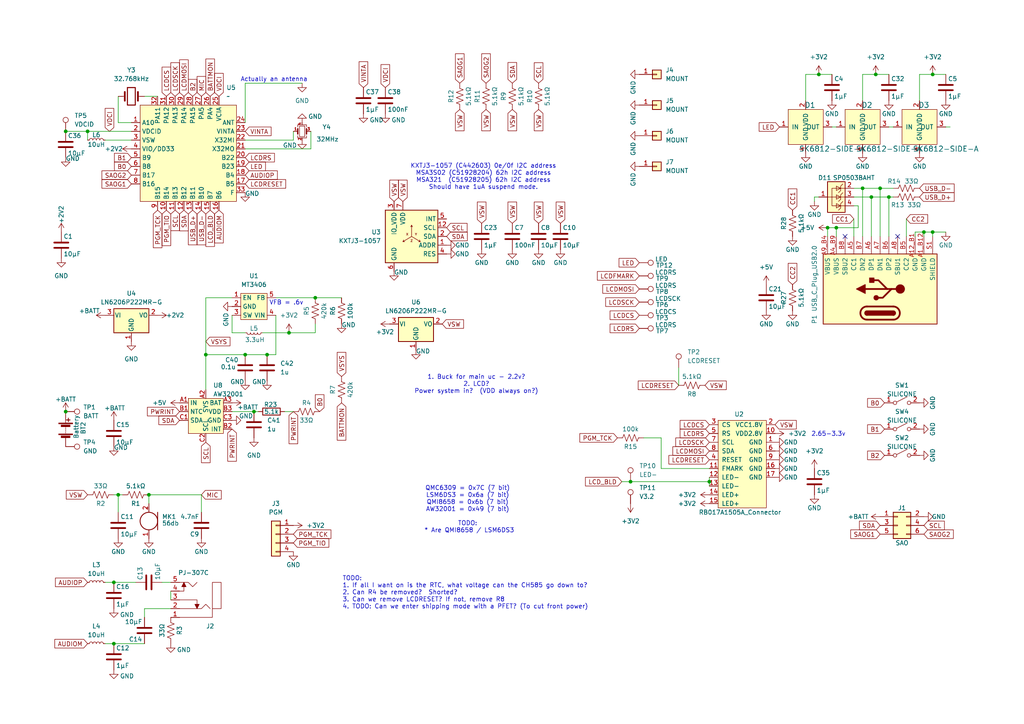
<source format=kicad_sch>
(kicad_sch (version 20250114) (generator "eeschema") (generator_version "9.0")
  (paper "A4")
  (text "KXTJ3-1057 (C442603) 0e/0f I2C address\nMSA3S02 (C51928204) 62h I2C address\nMSA321  (C51928205) 62h I2C address\nShould have 1uA suspend mode." (at 140.208 51.308 0) (effects (font (size 1.27 1.27))))
  (text "TODO:\n1. If all I want on is the RTC, what voltage can the CH585 go down to?\n2. Can R4 be removed?  Shorted?\n3. Can we remove LCDRESET? If not, remove R8\n4. TODO: Can we enter shipping mode with a PFET? (To cut front power)" (at 99.314 171.958 0) (effects (font (size 1.27 1.27)) (justify left)))
  (text "QMC6309 = 0x7C (7 bit)\nLSM6DS3 = 0x6a (7 bit)\nQMI8658 = 0x6b (7 bit)\nAW32001 = 0x49 (7 bit)\n\nTODO:\n * Are QMI8658 / LSM6DS3" (at 135.636 147.828 0) (effects (font (size 1.27 1.27))))
  (text "Actually an antenna" (at 79.502 23.114 0) (effects (font (size 1.27 1.27))))
  (text "1. Buck for main uc - 2.2v?\n2. LCD?\nPower system in?  (VDD always on?)\n" (at 138.176 111.506 0) (effects (font (size 1.27 1.27))))
  (text "VFB = .6v" (at 83.058 87.884 0) (effects (font (size 1.27 1.27))))
  (text "2.65-3.3v" (at 240.284 125.984 0) (effects (font (size 1.27 1.27))))
  (junction (at 34.29 143.51))
  (junction (at 19.05 119.38))
  (junction (at 252.73 57.15))
  (junction (at 254 21.59))
  (junction (at 242.57 66.04))
  (junction (at 33.02 186.69))
  (junction (at 270.51 21.59))
  (junction (at 255.27 54.61))
  (junction (at 19.05 38.1))
  (junction (at 59.69 102.87))
  (junction (at 71.12 102.87))
  (junction (at 91.44 86.36))
  (junction (at 77.47 102.87))
  (junction (at 257.81 57.15))
  (junction (at 240.03 66.04))
  (junction (at 250.19 54.61))
  (junction (at 83.82 96.52))
  (junction (at 182.88 139.7))
  (junction (at 43.18 143.51))
  (junction (at 33.02 168.91))
  (junction (at 73.66 119.38))
  (junction (at 270.51 67.31))
  (junction (at 267.97 67.31))
  (junction (at 237.49 21.59))
  (junction (at 25.4 38.1))
  (junction (at 205.74 139.7))
  (no_connect (at 260.35 68.58))
  (no_connect (at 245.11 68.58))
  (wire (pts (xy 266.7 21.59) (xy 266.7 29.21)))
  (wire (pts (xy 240.03 66.04) (xy 240.03 68.58)))
  (wire (pts (xy 257.81 36.83) (xy 259.08 36.83)))
  (wire (pts (xy 59.69 102.87) (xy 59.69 113.03)))
  (wire (pts (xy 41.91 176.53) (xy 49.53 176.53)))
  (wire (pts (xy 265.43 68.58) (xy 265.43 67.31)))
  (wire (pts (xy 77.47 102.87) (xy 80.01 102.87)))
  (wire (pts (xy 274.32 36.83) (xy 275.59 36.83)))
  (wire (pts (xy 83.82 96.52) (xy 91.44 96.52)))
  (wire (pts (xy 262.89 63.5) (xy 262.89 68.58)))
  (wire (pts (xy 90.17 38.1) (xy 90.17 43.18)))
  (wire (pts (xy 71.12 102.87) (xy 77.47 102.87)))
  (wire (pts (xy 236.22 57.15) (xy 237.49 57.15)))
  (wire (pts (xy 233.68 21.59) (xy 233.68 29.21)))
  (wire (pts (xy 270.51 67.31) (xy 274.32 67.31)))
  (wire (pts (xy 205.74 138.43) (xy 205.74 139.7)))
  (wire (pts (xy 82.55 119.38) (xy 85.09 119.38)))
  (wire (pts (xy 205.74 139.7) (xy 205.74 140.97)))
  (wire (pts (xy 250.19 54.61) (xy 250.19 68.58)))
  (wire (pts (xy 19.05 38.1) (xy 25.4 38.1)))
  (wire (pts (xy 73.66 119.38) (xy 74.93 119.38)))
  (wire (pts (xy 191.77 135.89) (xy 191.77 127)))
  (wire (pts (xy 59.69 86.36) (xy 59.69 102.87)))
  (wire (pts (xy 91.44 96.52) (xy 91.44 93.98)))
  (wire (pts (xy 25.4 40.64) (xy 25.4 38.1)))
  (wire (pts (xy 58.42 143.51) (xy 58.42 148.59)))
  (wire (pts (xy 257.81 57.15) (xy 259.08 57.15)))
  (wire (pts (xy 270.51 21.59) (xy 274.32 21.59)))
  (wire (pts (xy 71.12 24.13) (xy 71.12 35.56)))
  (wire (pts (xy 30.48 168.91) (xy 33.02 168.91)))
  (wire (pts (xy 34.29 27.94) (xy 34.29 35.56)))
  (wire (pts (xy 71.12 40.64) (xy 85.09 40.64)))
  (wire (pts (xy 250.19 54.61) (xy 255.27 54.61)))
  (wire (pts (xy 242.57 66.04) (xy 248.92 66.04)))
  (wire (pts (xy 80.01 91.44) (xy 80.01 102.87)))
  (wire (pts (xy 252.73 57.15) (xy 252.73 68.58)))
  (wire (pts (xy 250.19 21.59) (xy 254 21.59)))
  (wire (pts (xy 265.43 67.31) (xy 267.97 67.31)))
  (wire (pts (xy 59.69 86.36) (xy 67.31 86.36)))
  (wire (pts (xy 250.19 54.61) (xy 247.65 54.61)))
  (wire (pts (xy 182.88 139.7) (xy 180.34 139.7)))
  (wire (pts (xy 248.92 59.69) (xy 247.65 59.69)))
  (wire (pts (xy 248.92 59.69) (xy 248.92 66.04)))
  (wire (pts (xy 270.51 67.31) (xy 270.51 68.58)))
  (wire (pts (xy 34.29 143.51) (xy 35.56 143.51)))
  (wire (pts (xy 205.74 135.89) (xy 191.77 135.89)))
  (wire (pts (xy 250.19 21.59) (xy 250.19 29.21)))
  (wire (pts (xy 186.69 127) (xy 191.77 127)))
  (wire (pts (xy 25.4 38.1) (xy 38.1 38.1)))
  (wire (pts (xy 252.73 57.15) (xy 257.81 57.15)))
  (wire (pts (xy 33.02 186.69) (xy 41.91 186.69)))
  (wire (pts (xy 266.7 21.59) (xy 270.51 21.59)))
  (wire (pts (xy 30.48 40.64) (xy 38.1 40.64)))
  (wire (pts (xy 30.48 186.69) (xy 33.02 186.69)))
  (wire (pts (xy 233.68 21.59) (xy 237.49 21.59)))
  (wire (pts (xy 73.66 119.38) (xy 67.31 119.38)))
  (wire (pts (xy 255.27 54.61) (xy 259.08 54.61)))
  (wire (pts (xy 91.44 86.36) (xy 80.01 86.36)))
  (wire (pts (xy 196.85 106.68) (xy 196.85 111.76)))
  (wire (pts (xy 237.49 21.59) (xy 241.3 21.59)))
  (wire (pts (xy 254 21.59) (xy 257.81 21.59)))
  (wire (pts (xy 255.27 54.61) (xy 255.27 68.58)))
  (wire (pts (xy 67.31 91.44) (xy 67.31 96.52)))
  (wire (pts (xy 59.69 102.87) (xy 71.12 102.87)))
  (wire (pts (xy 236.22 58.42) (xy 236.22 57.15)))
  (wire (pts (xy 46.99 168.91) (xy 49.53 168.91)))
  (wire (pts (xy 247.65 63.5) (xy 247.65 68.58)))
  (wire (pts (xy 71.12 24.13) (xy 87.63 24.13)))
  (wire (pts (xy 205.74 139.7) (xy 182.88 139.7)))
  (wire (pts (xy 257.81 57.15) (xy 257.81 68.58)))
  (wire (pts (xy 67.31 96.52) (xy 71.12 96.52)))
  (wire (pts (xy 240.03 66.04) (xy 242.57 66.04)))
  (wire (pts (xy 85.09 38.1) (xy 85.09 40.64)))
  (wire (pts (xy 247.65 57.15) (xy 252.73 57.15)))
  (wire (pts (xy 43.18 143.51) (xy 43.18 146.05)))
  (wire (pts (xy 34.29 148.59) (xy 34.29 143.51)))
  (wire (pts (xy 241.3 36.83) (xy 242.57 36.83)))
  (wire (pts (xy 267.97 67.31) (xy 267.97 68.58)))
  (wire (pts (xy 76.2 96.52) (xy 83.82 96.52)))
  (wire (pts (xy 33.02 168.91) (xy 39.37 168.91)))
  (wire (pts (xy 267.97 67.31) (xy 270.51 67.31)))
  (wire (pts (xy 43.18 143.51) (xy 58.42 143.51)))
  (wire (pts (xy 49.53 171.45) (xy 49.53 173.99)))
  (wire (pts (xy 41.91 179.07) (xy 41.91 176.53)))
  (wire (pts (xy 34.29 143.51) (xy 33.02 143.51)))
  (wire (pts (xy 242.57 66.04) (xy 242.57 68.58)))
  (wire (pts (xy 34.29 35.56) (xy 38.1 35.56)))
  (wire (pts (xy 31.75 -102.87) (xy 31.75 -105.41)))
  (wire (pts (xy 91.44 86.36) (xy 99.06 86.36)))
  (wire (pts (xy 41.91 27.94) (xy 45.72 27.94)))
  (wire (pts (xy 71.12 43.18) (xy 90.17 43.18)))
  (global_label "B2" (shape input) (at 55.88 27.94 90) (property "Intersheetrefs" "${INTERSHEET_REFS}" (effects (hide yes))))
  (global_label "B0" (shape input) (at 92.71 119.38 90) (property "Intersheetrefs" "${INTERSHEET_REFS}" (effects (hide yes))))
  (global_label "CC2" (shape input) (at 262.89 63.5 0) (property "Intersheetrefs" "${INTERSHEET_REFS}" (effects (hide yes))))
  (global_label "VSW" (shape input) (at 114.3 58.42 90) (property "Intersheetrefs" "${INTERSHEET_REFS}" (effects (hide yes))))
  (global_label "VSW" (shape input) (at 204.47 111.76 0) (property "Intersheetrefs" "${INTERSHEET_REFS}" (effects (hide yes))))
  (global_label "CC1" (shape input) (at 229.87 60.96 90) (property "Intersheetrefs" "${INTERSHEET_REFS}" (effects (hide yes))))
  (global_label "SAOG1" (shape input) (at 38.1 53.34 180) (property "Intersheetrefs" "${INTERSHEET_REFS}" (effects (hide yes))))
  (global_label "SAOG2" (shape input) (at 140.97 24.13 90) (property "Intersheetrefs" "${INTERSHEET_REFS}" (effects (hide yes))))
  (global_label "LCDCS" (shape input) (at 205.74 123.19 180) (property "Intersheetrefs" "${INTERSHEET_REFS}" (effects (hide yes))))
  (global_label "VSW" (shape input) (at 25.4 143.51 180) (property "Intersheetrefs" "${INTERSHEET_REFS}" (effects (hide yes))))
  (global_label "PGM_TIO" (shape input) (at 85.09 157.48 0) (property "Intersheetrefs" "${INTERSHEET_REFS}" (effects (hide yes))))
  (global_label "VINTA" (shape input) (at 71.12 38.1 0) (property "Intersheetrefs" "${INTERSHEET_REFS}" (effects (hide yes))))
  (global_label "LCDRS" (shape input) (at 71.12 45.72 0) (property "Intersheetrefs" "${INTERSHEET_REFS}" (effects (hide yes))))
  (global_label "AUDIOP" (shape input) (at 71.12 50.8 0) (property "Intersheetrefs" "${INTERSHEET_REFS}" (effects (hide yes))))
  (global_label "B1" (shape input) (at 256.54 124.46 180) (property "Intersheetrefs" "${INTERSHEET_REFS}" (effects (hide yes))))
  (global_label "VDCI" (shape input) (at 31.75 38.1 90) (property "Intersheetrefs" "${INTERSHEET_REFS}" (effects (hide yes))))
  (global_label "VSW" (shape input) (at 128.27 93.98 0) (property "Intersheetrefs" "${INTERSHEET_REFS}" (effects (hide yes))))
  (global_label "LCDCS" (shape input) (at 185.42 91.44 180) (property "Intersheetrefs" "${INTERSHEET_REFS}" (effects (hide yes))))
  (global_label "MIC" (shape input) (at 58.42 27.94 90) (property "Intersheetrefs" "${INTERSHEET_REFS}" (effects (hide yes))))
  (global_label "PGM_TCK" (shape input) (at 85.09 154.94 0) (property "Intersheetrefs" "${INTERSHEET_REFS}" (effects (hide yes))))
  (global_label "SDA" (shape input) (at 129.54 68.58 0) (property "Intersheetrefs" "${INTERSHEET_REFS}" (effects (hide yes))))
  (global_label "SCL" (shape input) (at 50.8 60.96 270) (property "Intersheetrefs" "${INTERSHEET_REFS}" (effects (hide yes))))
  (global_label "LCDCS" (shape input) (at 48.26 27.94 90) (property "Intersheetrefs" "${INTERSHEET_REFS}" (effects (hide yes))))
  (global_label "VDCI" (shape input) (at 63.5 27.94 90) (property "Intersheetrefs" "${INTERSHEET_REFS}" (effects (hide yes))))
  (global_label "LCDSCK" (shape input) (at 50.8 27.94 90) (property "Intersheetrefs" "${INTERSHEET_REFS}" (effects (hide yes))))
  (global_label "PWRINT" (shape input) (at 52.07 119.38 180) (property "Intersheetrefs" "${INTERSHEET_REFS}" (effects (hide yes))))
  (global_label "B0" (shape input) (at 38.1 48.26 180) (property "Intersheetrefs" "${INTERSHEET_REFS}" (effects (hide yes))))
  (global_label "LCDMOSI" (shape input) (at 53.34 27.94 90) (property "Intersheetrefs" "${INTERSHEET_REFS}" (effects (hide yes))))
  (global_label "AUDIOP" (shape input) (at 25.4 168.91 180) (property "Intersheetrefs" "${INTERSHEET_REFS}" (effects (hide yes))))
  (global_label "VSYS" (shape input) (at 99.06 109.22 90) (property "Intersheetrefs" "${INTERSHEET_REFS}" (effects (hide yes))))
  (global_label "LED" (shape input) (at 185.42 76.2 180) (property "Intersheetrefs" "${INTERSHEET_REFS}" (effects (hide yes))))
  (global_label "VSW" (shape input) (at 156.21 64.77 90) (property "Intersheetrefs" "${INTERSHEET_REFS}" (effects (hide yes))))
  (global_label "SCL" (shape input) (at 129.54 66.04 0) (property "Intersheetrefs" "${INTERSHEET_REFS}" (effects (hide yes))))
  (global_label "VSW" (shape input) (at 133.35 31.75 270) (property "Intersheetrefs" "${INTERSHEET_REFS}" (effects (hide yes))))
  (global_label "BATTMON" (shape input) (at 99.06 116.84 270) (property "Intersheetrefs" "${INTERSHEET_REFS}" (effects (hide yes))))
  (global_label "SAOG2" (shape input) (at 38.1 50.8 180) (property "Intersheetrefs" "${INTERSHEET_REFS}" (effects (hide yes))))
  (global_label "LCDMOSI" (shape input) (at 205.74 130.81 180) (property "Intersheetrefs" "${INTERSHEET_REFS}" (effects (hide yes))))
  (global_label "PGM_TCK" (shape input) (at 45.72 60.96 270) (property "Intersheetrefs" "${INTERSHEET_REFS}" (effects (hide yes))))
  (global_label "B0" (shape input) (at 256.54 116.84 180) (property "Intersheetrefs" "${INTERSHEET_REFS}" (effects (hide yes))))
  (global_label "MIC" (shape input) (at 58.42 143.51 0) (property "Intersheetrefs" "${INTERSHEET_REFS}" (effects (hide yes))))
  (global_label "PGM_TCK" (shape input) (at 179.07 127 180) (property "Intersheetrefs" "${INTERSHEET_REFS}" (effects (hide yes))))
  (global_label "LCDRESET" (shape input) (at 196.85 111.76 180) (property "Intersheetrefs" "${INTERSHEET_REFS}" (effects (hide yes))))
  (global_label "USB_D+" (shape input) (at 55.88 60.96 270) (property "Intersheetrefs" "${INTERSHEET_REFS}" (effects (hide yes))))
  (global_label "LCDMOSI" (shape input) (at 185.42 83.82 180) (property "Intersheetrefs" "${INTERSHEET_REFS}" (effects (hide yes))))
  (global_label "SAOG2" (shape input) (at 267.97 154.94 0) (property "Intersheetrefs" "${INTERSHEET_REFS}" (effects (hide yes))))
  (global_label "B2" (shape input) (at 256.54 132.08 180) (property "Intersheetrefs" "${INTERSHEET_REFS}" (effects (hide yes))))
  (global_label "LCDRS" (shape input) (at 185.42 95.25 180) (property "Intersheetrefs" "${INTERSHEET_REFS}" (effects (hide yes))))
  (global_label "BATTMON" (shape input) (at 60.96 27.94 90) (property "Intersheetrefs" "${INTERSHEET_REFS}" (effects (hide yes))))
  (global_label "SDA" (shape input) (at 148.59 24.13 90) (property "Intersheetrefs" "${INTERSHEET_REFS}" (effects (hide yes))))
  (global_label "AUDIOM" (shape input) (at 63.5 60.96 270) (property "Intersheetrefs" "${INTERSHEET_REFS}" (effects (hide yes))))
  (global_label "SDA" (shape input) (at 255.27 152.4 180) (property "Intersheetrefs" "${INTERSHEET_REFS}" (effects (hide yes))))
  (global_label "SDA" (shape input) (at 53.34 60.96 270) (property "Intersheetrefs" "${INTERSHEET_REFS}" (effects (hide yes))))
  (global_label "SAOG1" (shape input) (at 133.35 24.13 90) (property "Intersheetrefs" "${INTERSHEET_REFS}" (effects (hide yes))))
  (global_label "LED" (shape input) (at 226.06 36.83 180) (property "Intersheetrefs" "${INTERSHEET_REFS}" (effects (hide yes))))
  (global_label "PWRINT" (shape input) (at 67.31 124.46 270) (property "Intersheetrefs" "${INTERSHEET_REFS}" (effects (hide yes))))
  (global_label "VSW" (shape input) (at 162.56 64.77 90) (property "Intersheetrefs" "${INTERSHEET_REFS}" (effects (hide yes))))
  (global_label "LCD_BLD" (shape input) (at 60.96 60.96 270) (property "Intersheetrefs" "${INTERSHEET_REFS}" (effects (hide yes))))
  (global_label "SCL" (shape input) (at 267.97 152.4 0) (property "Intersheetrefs" "${INTERSHEET_REFS}" (effects (hide yes))))
  (global_label "LED" (shape input) (at 71.12 48.26 0) (property "Intersheetrefs" "${INTERSHEET_REFS}" (effects (hide yes))))
  (global_label "SAOG1" (shape input) (at 255.27 154.94 180) (property "Intersheetrefs" "${INTERSHEET_REFS}" (effects (hide yes))))
  (global_label "LCDRESET" (shape input) (at 205.74 133.35 180) (property "Intersheetrefs" "${INTERSHEET_REFS}" (effects (hide yes))))
  (global_label "LCDSCK" (shape input) (at 185.42 87.63 180) (property "Intersheetrefs" "${INTERSHEET_REFS}" (effects (hide yes))))
  (global_label "CC2" (shape input) (at 229.87 82.55 90) (property "Intersheetrefs" "${INTERSHEET_REFS}" (effects (hide yes))))
  (global_label "PGM_TIO" (shape input) (at 48.26 60.96 270) (property "Intersheetrefs" "${INTERSHEET_REFS}" (effects (hide yes))))
  (global_label "VDCI" (shape input) (at 111.76 25.4 90) (property "Intersheetrefs" "${INTERSHEET_REFS}" (effects (hide yes))))
  (global_label "AUDIOM" (shape input) (at 25.4 186.69 180) (property "Intersheetrefs" "${INTERSHEET_REFS}" (effects (hide yes))))
  (global_label "B1" (shape input) (at 38.1 45.72 180) (property "Intersheetrefs" "${INTERSHEET_REFS}" (effects (hide yes))))
  (global_label "USB_D-" (shape input) (at 58.42 60.96 270) (property "Intersheetrefs" "${INTERSHEET_REFS}" (effects (hide yes))))
  (global_label "LCDRESET" (shape input) (at 71.12 53.34 0) (property "Intersheetrefs" "${INTERSHEET_REFS}" (effects (hide yes))))
  (global_label "SCL" (shape input) (at 156.21 24.13 90) (property "Intersheetrefs" "${INTERSHEET_REFS}" (effects (hide yes))))
  (global_label "LCDRS" (shape input) (at 205.74 125.73 180) (property "Intersheetrefs" "${INTERSHEET_REFS}" (effects (hide yes))))
  (global_label "VSW" (shape input) (at 224.79 123.19 0) (property "Intersheetrefs" "${INTERSHEET_REFS}" (effects (hide yes))))
  (global_label "VSW" (shape input) (at 148.59 31.75 270) (property "Intersheetrefs" "${INTERSHEET_REFS}" (effects (hide yes))))
  (global_label "VSW" (shape input) (at 148.59 64.77 90) (property "Intersheetrefs" "${INTERSHEET_REFS}" (effects (hide yes))))
  (global_label "VSW" (shape input) (at 139.7 64.77 90) (property "Intersheetrefs" "${INTERSHEET_REFS}" (effects (hide yes))))
  (global_label "SDA" (shape input) (at 52.07 121.92 180) (property "Intersheetrefs" "${INTERSHEET_REFS}" (effects (hide yes))))
  (global_label "VSW" (shape input) (at 156.21 31.75 270) (property "Intersheetrefs" "${INTERSHEET_REFS}" (effects (hide yes))))
  (global_label "USB_D+" (shape input) (at 266.7 57.15 0) (property "Intersheetrefs" "${INTERSHEET_REFS}" (effects (hide yes))))
  (global_label "VSYS" (shape input) (at 59.69 99.06 0) (property "Intersheetrefs" "${INTERSHEET_REFS}" (effects (hide yes))))
  (global_label "SCL" (shape input) (at 59.69 128.27 270) (property "Intersheetrefs" "${INTERSHEET_REFS}" (effects (hide yes))))
  (global_label "LCDFMARK" (shape input) (at 185.42 80.01 180) (property "Intersheetrefs" "${INTERSHEET_REFS}" (effects (hide yes))))
  (global_label "VSW" (shape input) (at 116.84 58.42 90) (property "Intersheetrefs" "${INTERSHEET_REFS}" (effects (hide yes))))
  (global_label "LCD_BLD" (shape input) (at 180.34 139.7 180) (property "Intersheetrefs" "${INTERSHEET_REFS}" (effects (hide yes))))
  (global_label "USB_D-" (shape input) (at 266.7 54.61 0) (property "Intersheetrefs" "${INTERSHEET_REFS}" (effects (hide yes))))
  (global_label "VINTA" (shape input) (at 105.41 25.4 90) (property "Intersheetrefs" "${INTERSHEET_REFS}" (effects (hide yes))))
  (global_label "VSW" (shape input) (at 140.97 31.75 270) (property "Intersheetrefs" "${INTERSHEET_REFS}" (effects (hide yes))))
  (global_label "CC1" (shape input) (at 247.65 63.5 180) (property "Intersheetrefs" "${INTERSHEET_REFS}" (effects (hide yes))))
  (global_label "LCDSCK" (shape input) (at 205.74 128.27 180) (property "Intersheetrefs" "${INTERSHEET_REFS}" (effects (hide yes))))
  (global_label "PWRINT" (shape input) (at 85.09 119.38 270) (property "Intersheetrefs" "${INTERSHEET_REFS}" (effects (hide yes))))
  (symbol (lib_id "power:+3V0") (at 237.49 21.59 0) (unit 1)
    (property "Reference" "#PWR024" (effects (hide yes)))
    (property "Value" "+3V2" (at 237.49 16.51 0))
    (property "Description" "Power symbol creates a global label with name \"+3V0\"" (effects (hide yes)))
  )
  (symbol (lib_id "Swadge_Parts:GND") (at 266.7 44.45 0) (unit 1)
    (property "Reference" "#PWR19" (effects (hide yes)))
    (property "Value" "GND" (at 266.7 48.26 0))
    (property "Description" "Power symbol creates a global label with name \"GND\" , ground" (effects (hide yes)))
  )
  (symbol (lib_id "Swadge_Parts:GND") (at 266.7 124.46 90) (unit 1)
    (property "Reference" "#PWR066" (effects (hide yes)))
    (property "Value" "GND" (at 270.51 124.46 0))
    (property "Description" "Power symbol creates a global label with name \"GND\" , ground" (effects (hide yes)))
  )
  (symbol (lib_id "Switch:SW_SPST") (at 261.62 132.08 0) (unit 1)
    (property "Reference" "SW2" (at 261.62 127 0))
    (property "Value" "SILICONE" (at 261.62 129.54 0))
    (property "Footprint" "cnhardware:BTC007_Button_Silicone" (effects (hide yes)))
    (property "Cost100" ".04" (effects (hide yes)))
  )
  (symbol (lib_id "power:+3V0") (at 83.82 96.52 0) (unit 1)
    (property "Reference" "#PWR06" (effects (hide yes)))
    (property "Value" "+3V2" (at 83.82 91.44 0))
    (property "Description" "Power symbol creates a global label with name \"+3V0\"" (effects (hide yes)))
  )
  (symbol (lib_id "Swadge_Parts:C") (at 156.21 68.58 0) (unit 1)
    (property "Reference" "C8" (at 156.845 66.04 0) (effects (justify left)))
    (property "Value" "10μF" (at 156.845 71.12 0) (effects (justify left)))
    (property "Footprint" "Capacitor_SMD:C_0603_1608Metric" (effects (hide yes)))
    (property "Description" "Unpolarized capacitor" (effects (hide yes)))
    (property "Cost100" ".01" (effects (hide yes)))
    (property "Substitutable" "Y" (effects (hide yes)))
    (property "LCSC" "C19702" (effects (hide yes)))
    (property "Cost @ 2.5k" "0.0035" (effects (hide yes)))
  )
  (symbol (lib_id "Swadge_Parts:GND") (at 266.7 132.08 90) (unit 1)
    (property "Reference" "#PWR061" (effects (hide yes)))
    (property "Value" "GND" (at 270.51 132.08 0))
    (property "Description" "Power symbol creates a global label with name \"GND\" , ground" (effects (hide yes)))
  )
  (symbol (lib_id "Swadge_Parts:GND") (at 156.21 72.39 0) (unit 1)
    (property "Reference" "#PWR025" (effects (hide yes)))
    (property "Value" "GND" (at 156.21 76.2 0))
    (property "Description" "Power symbol creates a global label with name \"GND\" , ground" (effects (hide yes)))
  )
  (symbol (lib_id "Swadge_Parts:R_US") (at 156.21 27.94 180) (unit 1)
    (property "Reference" "R10" (at 153.67 27.94 90))
    (property "Value" "5.1kΩ" (at 158.75 27.94 90))
    (property "Footprint" "cnhardware:R_0402_1005Metric_COMPACT" (effects (hide yes)))
    (property "Description" "Resistor US symbol" (effects (hide yes)))
    (property "Cost100" ".01" (effects (hide yes)))
    (property "Substitutable" "Y" (effects (hide yes)))
    (property "LCSC" "C25905" (effects (hide yes)))
    (property "Cost @ 2.5k" "0.0008" (effects (hide yes)))
  )
  (symbol (lib_id "Connector:TestPoint") (at 196.85 106.68 0) (unit 1) (in_bom no)
    (property "Reference" "TP2" (at 199.39 102.1079 0) (effects (justify left)))
    (property "Value" "LCDRESET" (at 199.39 104.6479 0) (effects (justify left)))
    (property "Footprint" "TestPoint:TestPoint_Pad_D1.0mm" (effects (hide yes)))
    (property "Description" "test point" (effects (hide yes)))
  )
  (symbol (lib_id "Device:L_Small") (at 27.94 40.64 90) (unit 1)
    (property "Reference" "L6" (at 27.94 39.116 90))
    (property "Value" "10uH" (at 27.94 41.91 90))
    (property "Footprint" "Inductor_SMD:L_0603_1608Metric" (effects (hide yes)))
    (property "Description" "Inductor, small symbol" (effects (hide yes)))
    (property "LCSC" "C307750" (effects (hide yes)))
    (property "Cost100" "0.0413" (effects (hide yes)))
  )
  (symbol (lib_id "Swadge_Parts:GND") (at 224.79 128.27 90) (unit 1)
    (property "Reference" "#PWR039" (effects (hide yes)))
    (property "Value" "GND" (at 229.362 128.27 90))
    (property "Description" "Power symbol creates a global label with name \"GND\" , ground" (effects (hide yes)))
  )
  (symbol (lib_id "Sensor_Motion:KXTJ3-1057") (at 119.38 68.58 0) (unit 1)
    (property "Reference" "U3" (at 110.49 67.3099 0) (effects (justify right)))
    (property "Value" "KXTJ3-1057" (at 110.49 69.8499 0) (effects (justify right)))
    (property "Footprint" "Package_LGA:Kionix_LGA-12_2x2mm_P0.5mm_LayoutBorder2x4y" (effects (hide yes)))
    (property "Datasheet" "https://kionixfs.azureedge.net/en/datasheet/KXTJ3-1057-Specifications-Rev-5.0.pdf" (effects (hide yes)))
    (property "Description" "±2g / 4g / 8g / 16g Tri-Axis Digital Accelerometer, I2C, 1.71-3.6V, LGA-12" (effects (hide yes)))
    (property "LCSC" "C51928204" (effects (hide yes)))
    (property "Cost100" "0.1932" (effects (hide yes)))
  )
  (symbol (lib_id "power:GND") (at 87.63 40.64 0) (unit 1)
    (property "Reference" "#PWR0100" (effects (hide yes)))
    (property "Value" "GND" (at 82.042 42.164 0) (effects (justify left)))
  )
  (symbol (lib_id "Swadge_Parts:GND") (at 185.42 48.26 270) (unit 1)
    (property "Reference" "#PWR096" (effects (hide yes)))
    (property "Value" "GND" (at 183.642 52.07 0))
    (property "Description" "Power symbol creates a global label with name \"GND\" , ground" (effects (hide yes)))
  )
  (symbol (lib_id "Swadge_Parts:C") (at 34.29 152.4 0) (unit 1)
    (property "Reference" "C11" (at 34.925 149.86 0) (effects (justify left)))
    (property "Value" "10μF" (at 34.925 154.94 0) (effects (justify left)))
    (property "Footprint" "Capacitor_SMD:C_0603_1608Metric" (effects (hide yes)))
    (property "Description" "Unpolarized capacitor" (effects (hide yes)))
    (property "Cost100" ".01" (effects (hide yes)))
    (property "Substitutable" "Y" (effects (hide yes)))
    (property "LCSC" "C19702" (effects (hide yes)))
    (property "Cost @ 2.5k" "0.0035" (effects (hide yes)))
  )
  (symbol (lib_id "power:+3V0") (at 85.09 152.4 270) (unit 1)
    (property "Reference" "#PWR042" (effects (hide yes)))
    (property "Value" "+3V2" (at 88.9 152.3999 90) (effects (justify left)))
    (property "Description" "Power symbol creates a global label with name \"+3V0\"" (effects (hide yes)))
  )
  (symbol (lib_id "Swadge_Parts:SK6812-SIDE-A") (at 266.7 36.83 0) (unit 1)
    (property "Reference" "D3" (at 267.97 30.48 0) (effects (font (size 1.524 1.524))))
    (property "Value" "SK6812-SIDE-A" (at 274.32 43.18 0) (effects (font (size 1.524 1.524))))
    (property "Footprint" "cnhardware:LC8812-3210_XL-3210RGBC" (effects (hide yes)))
    (property "Datasheet" "https://datasheet.lcsc.com/lcsc/2108251530_OPSCO-Optoelectronics-SK6812SIDE-A-RVS_C2890037.pdf" (effects (hide yes)))
    (property "Digikey" "1528-4691-ND" (effects (hide yes)))
    (property "Cost100" "0.0352" (effects (hide yes)))
    (property "Substitutable" "Y" (effects (hide yes)))
    (property "LCSC" "C41413182" (effects (hide yes)))
    (property "Cost @ 2.5k" "0.0352" (effects (hide yes)))
  )
  (symbol (lib_id "Swadge_Parts:C") (at 111.76 29.21 0) (unit 1)
    (property "Reference" "C38" (at 112.395 26.67 0) (effects (justify left)))
    (property "Value" "100nF" (at 112.395 31.75 0) (effects (justify left)))
    (property "Footprint" "Capacitor_SMD:C_0402_1005Metric" (effects (hide yes)))
    (property "Description" "Unpolarized capacitor" (effects (hide yes)))
    (property "Cost100" ".01" (effects (hide yes)))
    (property "Substitutable" "Y" (effects (hide yes)))
    (property "LCSC" "C1525" (effects (hide yes)))
    (property "Cost @ 2.5k" "0.0035" (effects (hide yes)))
  )
  (symbol (lib_id "Swadge_Parts:R_US") (at 262.89 57.15 270) (unit 1)
    (property "Reference" "R13" (at 260.35 59.436 90))
    (property "Value" "33Ω" (at 265.176 59.436 90))
    (property "Footprint" "cnhardware:R_0402_1005Metric_COMPACT" (effects (hide yes)))
    (property "Description" "Resistor US symbol" (effects (hide yes)))
    (property "Cost100" ".01" (effects (hide yes)))
    (property "Substitutable" "Y" (effects (hide yes)))
    (property "LCSC" "C25105" (effects (hide yes)))
    (property "Cost @ 2.5k" "0.0008" (effects (hide yes)))
  )
  (symbol (lib_id "Swadge_Parts:GND") (at 257.81 29.21 0) (unit 1)
    (property "Reference" "#PWR087" (effects (hide yes)))
    (property "Value" "GND" (at 257.81 33.02 0))
    (property "Description" "Power symbol creates a global label with name \"GND\" , ground" (effects (hide yes)))
  )
  (symbol (lib_id "power:GND") (at 71.12 110.49 0) (mirror y) (unit 1)
    (property "Reference" "#PWR0119" (effects (hide yes)))
    (property "Value" "GND" (at 70.866 110.744 0) (effects (justify left)))
  )
  (symbol (lib_id "Swadge_Parts:GND") (at 267.97 149.86 90) (unit 1)
    (property "Reference" "#PWR32" (effects (hide yes)))
    (property "Value" "GND" (at 272.288 149.86 90))
    (property "Description" "Power symbol creates a global label with name \"GND\" , ground" (effects (hide yes)))
  )
  (symbol (lib_id "power:+5V") (at 240.03 66.04 90) (unit 1)
    (property "Reference" "#PWR0106" (effects (hide yes)))
    (property "Value" "+5V" (at 236.22 66.0399 90) (effects (justify left)))
    (property "Description" "Power symbol creates a global label with name \"+5V\"" (effects (hide yes)))
  )
  (symbol (lib_id "Swadge_Parts:C") (at 148.59 68.58 0) (unit 1)
    (property "Reference" "C7" (at 149.225 66.04 0) (effects (justify left)))
    (property "Value" "100nF" (at 149.225 71.12 0) (effects (justify left)))
    (property "Footprint" "Capacitor_SMD:C_0402_1005Metric" (effects (hide yes)))
    (property "Description" "Unpolarized capacitor" (effects (hide yes)))
    (property "Cost100" ".01" (effects (hide yes)))
    (property "Substitutable" "Y" (effects (hide yes)))
    (property "LCSC" "C1525" (effects (hide yes)))
    (property "Cost @ 2.5k" "0.0035" (effects (hide yes)))
  )
  (symbol (lib_id "power:+3V0") (at 205.74 143.51 90) (unit 1)
    (property "Reference" "#PWR010" (effects (hide yes)))
    (property "Value" "+3V2" (at 201.93 143.5099 90) (effects (justify left)))
    (property "Description" "Power symbol creates a global label with name \"+3V0\"" (effects (hide yes)))
  )
  (symbol (lib_id "power:GND") (at 38.1 99.06 0) (unit 1)
    (property "Reference" "#PWR046" (effects (hide yes)))
    (property "Value" "GND" (at 38.1 104.14 0))
    (property "Description" "Power symbol creates a global label with name \"GND\" , ground" (effects (hide yes)))
  )
  (symbol (lib_id "Swadge_Parts:R_US") (at 229.87 86.36 180) (unit 1)
    (property "Reference" "R27" (at 227.33 86.36 90))
    (property "Value" "5.1kΩ" (at 232.41 86.36 90))
    (property "Footprint" "cnhardware:R_0402_1005Metric_COMPACT" (effects (hide yes)))
    (property "Description" "Resistor US symbol" (effects (hide yes)))
    (property "Cost100" ".01" (effects (hide yes)))
    (property "Substitutable" "Y" (effects (hide yes)))
    (property "LCSC" "C25905" (effects (hide yes)))
    (property "Cost @ 2.5k" "0.0008" (effects (hide yes)))
  )
  (symbol (lib_id "Swadge_Parts:GND") (at 58.42 156.21 0) (unit 1)
    (property "Reference" "#PWR112" (effects (hide yes)))
    (property "Value" "GND" (at 58.42 160.02 0))
    (property "Description" "Power symbol creates a global label with name \"GND\" , ground" (effects (hide yes)))
  )
  (symbol (lib_id "Swadge_Parts:R_US") (at 148.59 27.94 180) (unit 1)
    (property "Reference" "R9" (at 146.05 27.94 90))
    (property "Value" "5.1kΩ" (at 151.13 27.94 90))
    (property "Footprint" "cnhardware:R_0402_1005Metric_COMPACT" (effects (hide yes)))
    (property "Description" "Resistor US symbol" (effects (hide yes)))
    (property "Cost100" ".01" (effects (hide yes)))
    (property "Substitutable" "Y" (effects (hide yes)))
    (property "LCSC" "C25905" (effects (hide yes)))
    (property "Cost @ 2.5k" "0.0008" (effects (hide yes)))
  )
  (symbol (lib_id "power:+3V0") (at 205.74 146.05 90) (unit 1)
    (property "Reference" "#PWR037" (effects (hide yes)))
    (property "Value" "+3V2" (at 201.93 146.0499 90) (effects (justify left)))
    (property "Description" "Power symbol creates a global label with name \"+3V0\"" (effects (hide yes)))
  )
  (symbol (lib_id "cnhardware:CH584F") (at 54.61 44.45 0) (unit 1)
    (property "Reference" "U5" (at 65.6433 25.4 0) (effects (justify left)))
    (property "Value" "~" (at 65.6433 27.94 0) (effects (justify left)))
    (property "Footprint" "Package_DFN_QFN:VQFN-32-1EP_4x4mm_P0.4mm_EP2.8x2.8mm" (effects (hide yes)))
    (property "LCSC" "C42381468" (effects (hide yes)))
    (property "Cost100" "0.5371" (effects (hide yes)))
  )
  (symbol (lib_id "Swadge_Parts:C") (at 105.41 29.21 0) (unit 1)
    (property "Reference" "C37" (at 106.045 26.67 0) (effects (justify left)))
    (property "Value" "1μF" (at 106.045 31.75 0) (effects (justify left)))
    (property "Footprint" "Capacitor_SMD:C_0402_1005Metric" (effects (hide yes)))
    (property "Description" "Unpolarized capacitor" (effects (hide yes)))
    (property "Cost100" ".01" (effects (hide yes)))
    (property "Substitutable" "Y" (effects (hide yes)))
    (property "LCSC" "C52923" (effects (hide yes)))
    (property "Cost @ 2.5k" "0.0035" (effects (hide yes)))
  )
  (symbol (lib_id "Swadge_Parts:GND") (at 185.42 21.59 270) (unit 1)
    (property "Reference" "#PWR093" (effects (hide yes)))
    (property "Value" "GND" (at 183.642 25.4 0))
    (property "Description" "Power symbol creates a global label with name \"GND\" , ground" (effects (hide yes)))
  )
  (symbol (lib_id "power:GND") (at 33.02 129.54 0) (unit 1)
    (property "Reference" "#PWR013" (effects (hide yes)))
    (property "Value" "GND" (at 33.02 129.794 0) (effects (justify left)))
  )
  (symbol (lib_id "Swadge_Parts:GND") (at 250.19 44.45 0) (unit 1)
    (property "Reference" "#PWR17" (effects (hide yes)))
    (property "Value" "GND" (at 250.19 48.26 0))
    (property "Description" "Power symbol creates a global label with name \"GND\" , ground" (effects (hide yes)))
  )
  (symbol (lib_id "power:+5V") (at 52.07 116.84 90) (unit 1)
    (property "Reference" "#PWR0115" (effects (hide yes)))
    (property "Value" "+5V" (at 48.26 116.8399 90) (effects (justify left)))
    (property "Description" "Power symbol creates a global label with name \"+5V\"" (effects (hide yes)))
  )
  (symbol (lib_id "power:+3V0") (at 270.51 21.59 0) (unit 1)
    (property "Reference" "#PWR034" (effects (hide yes)))
    (property "Value" "+3V2" (at 270.51 16.51 0))
    (property "Description" "Power symbol creates a global label with name \"+3V0\"" (effects (hide yes)))
  )
  (symbol (lib_id "Connector:TestPoint") (at 185.42 87.63 270) (unit 1) (in_bom no)
    (property "Reference" "TP6" (at 190.246 88.392 90) (effects (justify left)))
    (property "Value" "LCDSCK" (at 189.992 86.614 90) (effects (justify left)))
    (property "Footprint" "TestPoint:TestPoint_Pad_D1.0mm" (effects (hide yes)))
    (property "Description" "test point" (effects (hide yes)))
  )
  (symbol (lib_id "Swadge_Parts:GND") (at 33.02 176.53 0) (unit 1)
    (property "Reference" "#PWR030" (effects (hide yes)))
    (property "Value" "GND" (at 36.83 178.308 0))
    (property "Description" "Power symbol creates a global label with name \"GND\" , ground" (effects (hide yes)))
  )
  (symbol (lib_id "Swadge_Parts:GND") (at 185.42 30.48 270) (unit 1)
    (property "Reference" "#PWR094" (effects (hide yes)))
    (property "Value" "GND" (at 183.642 34.29 0))
    (property "Description" "Power symbol creates a global label with name \"GND\" , ground" (effects (hide yes)))
  )
  (symbol (lib_id "Connector:TestPoint") (at 19.05 129.54 270) (unit 1) (in_bom no)
    (property "Reference" "TP4" (at 24.13 128.2699 90) (effects (justify left)))
    (property "Value" "GND" (at 24.13 130.8099 90) (effects (justify left)))
    (property "Footprint" "TestPoint:TestPoint_Pad_D1.0mm" (effects (hide yes)))
    (property "Description" "test point" (effects (hide yes)))
  )
  (symbol (lib_id "power:GND") (at 87.63 35.56 180) (unit 1)
    (property "Reference" "#PWR099" (effects (hide yes)))
    (property "Value" "GND" (at 93.472 33.782 0) (effects (justify left)))
  )
  (symbol (lib_id "Swadge_Parts:SP0503BAHT") (at 242.57 57.15 270) (unit 1)
    (property "Reference" "D11" (at 237.236 51.562 90) (effects (justify left)))
    (property "Value" "SP0503BAHT" (at 241.554 51.562 90) (effects (justify left)))
    (property "Footprint" "Swadge_Parts:SOT-143" (effects (hide yes)))
    (property "Datasheet" "https://datasheet.lcsc.com/lcsc/2108132030_TECH-PUBLIC-TPSP0503BAHTG_C2682275.pdf" (effects (hide yes)))
    (property "Description" "TVS Diode Array, 5.5V Standoff, 3 Channels, SOT-143 package" (effects (hide yes)))
    (property "Digikey" "F2715CT-ND" (effects (hide yes)))
    (property "Cost100" "0.0481" (effects (hide yes)))
    (property "Substitutable" "Y" (effects (hide yes)))
    (property "LCSC" "C2682275" (effects (hide yes)))
    (property "Cost @ 2.5k" "0.0481" (effects (hide yes)))
  )
  (symbol (lib_id "Swadge_Parts:C") (at 33.02 172.72 0) (unit 1)
    (property "Reference" "C16" (at 33.655 170.18 0) (effects (justify left)))
    (property "Value" "1μF" (at 33.655 175.26 0) (effects (justify left)))
    (property "Footprint" "Capacitor_SMD:C_0402_1005Metric" (effects (hide yes)))
    (property "Description" "Unpolarized capacitor" (effects (hide yes)))
    (property "Cost100" ".01" (effects (hide yes)))
    (property "Substitutable" "Y" (effects (hide yes)))
    (property "LCSC" "C52923" (effects (hide yes)))
    (property "Cost @ 2.5k" "0.0035" (effects (hide yes)))
  )
  (symbol (lib_id "Swadge_Parts:R_US") (at 140.97 27.94 180) (unit 1)
    (property "Reference" "R11" (at 138.43 27.94 90))
    (property "Value" "5.1kΩ" (at 143.51 27.94 90))
    (property "Footprint" "cnhardware:R_0402_1005Metric_COMPACT" (effects (hide yes)))
    (property "Description" "Resistor US symbol" (effects (hide yes)))
    (property "Cost100" ".01" (effects (hide yes)))
    (property "Substitutable" "Y" (effects (hide yes)))
    (property "LCSC" "C25905" (effects (hide yes)))
    (property "Cost @ 2.5k" "0.0008" (effects (hide yes)))
  )
  (symbol (lib_id "Swadge_Parts:GND") (at 162.56 72.39 0) (unit 1)
    (property "Reference" "#PWR026" (effects (hide yes)))
    (property "Value" "GND" (at 162.56 76.2 0))
    (property "Description" "Power symbol creates a global label with name \"GND\" , ground" (effects (hide yes)))
  )
  (symbol (lib_id "Swadge_Parts:GND") (at 229.87 90.17 0) (unit 1)
    (property "Reference" "#PWR7" (effects (hide yes)))
    (property "Value" "GND" (at 229.87 93.98 0))
    (property "Description" "Power symbol creates a global label with name \"GND\" , ground" (effects (hide yes)))
  )
  (symbol (lib_id "Swadge_Parts:C") (at 43.18 168.91 90) (unit 1)
    (property "Reference" "C13" (at 40.64 168.275 0) (effects (justify left)))
    (property "Value" "10μF" (at 45.72 168.275 0) (effects (justify left)))
    (property "Footprint" "Capacitor_SMD:C_0603_1608Metric" (effects (hide yes)))
    (property "Description" "Unpolarized capacitor" (effects (hide yes)))
    (property "Cost100" ".01" (effects (hide yes)))
    (property "Substitutable" "Y" (effects (hide yes)))
    (property "LCSC" "C19702" (effects (hide yes)))
    (property "Cost @ 2.5k" "0.0035" (effects (hide yes)))
  )
  (symbol (lib_id "Device:L_Small") (at 73.66 96.52 270) (unit 1)
    (property "Reference" "L5" (at 73.66 95.25 90))
    (property "Value" "3.3uH" (at 73.914 98.552 90))
    (property "Footprint" "Inductor_SMD:L_0805_2012Metric" (effects (hide yes)))
    (property "Description" "Inductor, small symbol" (effects (hide yes)))
    (property "LCSC" "C394958" (effects (hide yes)))
    (property "Cost100" "0.0212" (effects (hide yes)))
  )
  (symbol (lib_id "Swadge_Parts:GND") (at 85.09 160.02 0) (unit 1)
    (property "Reference" "#PWR041" (effects (hide yes)))
    (property "Value" "GND" (at 85.09 163.83 0))
    (property "Description" "Power symbol creates a global label with name \"GND\" , ground" (effects (hide yes)))
  )
  (symbol (lib_id "Swadge_Parts:GND") (at 222.25 90.17 0) (unit 1)
    (property "Reference" "#PWR059" (effects (hide yes)))
    (property "Value" "GND" (at 222.25 93.98 0))
    (property "Description" "Power symbol creates a global label with name \"GND\" , ground" (effects (hide yes)))
  )
  (symbol (lib_id "Swadge_Parts:GND") (at 185.42 39.37 270) (unit 1)
    (property "Reference" "#PWR095" (effects (hide yes)))
    (property "Value" "GND" (at 183.642 43.18 0))
    (property "Description" "Power symbol creates a global label with name \"GND\" , ground" (effects (hide yes)))
  )
  (symbol (lib_id "Regulator_Linear:AZ1117-2.5") (at 38.1 91.44 0) (unit 1)
    (property "Reference" "U4" (at 38.1 85.09 0))
    (property "Value" "LN6206P222MR-G" (at 38.1 87.63 0))
    (property "Footprint" "Swadge_Parts:SOT-23" (effects (hide yes)))
    (property "Datasheet" "https://www.diodes.com/assets/Datasheets/AZ1117.pdf" (effects (hide yes)))
    (property "Description" "1A 20V Fixed LDO Linear Regulator, 2.5V, SOT-89/SOT-223/TO-220/TO-252/TO-263" (effects (hide yes)))
    (property "LCSC" "C3008044" (effects (hide yes)))
    (property "Cost100" "0.0228" (effects (hide yes)))
  )
  (symbol (lib_id "power:GND") (at 114.3 78.74 0) (unit 1)
    (property "Reference" "#PWR022" (effects (hide yes)))
    (property "Value" "GND" (at 114.3 78.994 0) (effects (justify left)))
  )
  (symbol (lib_id "Swadge_Parts:C") (at 257.81 25.4 0) (unit 1)
    (property "Reference" "C32" (at 258.445 22.86 0) (effects (justify left)))
    (property "Value" "1μF" (at 258.445 27.94 0) (effects (justify left)))
    (property "Footprint" "Capacitor_SMD:C_0402_1005Metric" (effects (hide yes)))
    (property "Description" "Unpolarized capacitor" (effects (hide yes)))
    (property "Cost100" ".01" (effects (hide yes)))
    (property "Substitutable" "Y" (effects (hide yes)))
    (property "LCSC" "C52923" (effects (hide yes)))
    (property "Cost @ 2.5k" "0.0035" (effects (hide yes)))
  )
  (symbol (lib_id "Connector:TestPoint") (at 182.88 146.05 0) (unit 1) (in_bom no)
    (property "Reference" "TP11" (at 185.42 141.4779 0) (effects (justify left)))
    (property "Value" "V3.2" (at 185.42 144.0179 0) (effects (justify left)))
    (property "Footprint" "TestPoint:TestPoint_Pad_D1.0mm" (effects (hide yes)))
    (property "Description" "test point" (effects (hide yes)))
  )
  (symbol (lib_id "Swadge_Parts:USB_C_Plug_USB2.0") (at 255.27 83.82 90) (unit 1)
    (property "Reference" "P1" (at 236.22 93.98 0) (effects (justify left)))
    (property "Value" "USB_C_Plug_USB2.0" (at 236.22 71.12 0) (effects (justify right)))
    (property "Footprint" "Swadge_Parts:USB_C_Receptacle_HRO_TYPE-C-31-M-12" (effects (hide yes)))
    (property "Datasheet" "https://datasheet.lcsc.com/lcsc/2108131730_Korean-Hroparts-Elec-TYPE-C-31-M-12_C165948.pdf" (effects (hide yes)))
    (property "Description" "USB 2.0-only Type-C Plug connector" (effects (hide yes)))
    (property "Cost100" "0.0334" (effects (hide yes)))
    (property "LCSC" "C2765186" (effects (hide yes)))
    (property "Notes" "https://www.usb.org/sites/default/files/documents/usb_type-c.zip" (effects (hide yes)))
    (property "Substitutable" "Y" (effects (hide yes)))
  )
  (symbol (lib_id "power:+5V") (at 222.25 82.55 0) (unit 1)
    (property "Reference" "#PWR0107" (effects (hide yes)))
    (property "Value" "+5V" (at 222.25 77.47 0))
    (property "Description" "Power symbol creates a global label with name \"+5V\"" (effects (hide yes)))
  )
  (symbol (lib_id "Connector_Generic:Conn_01x01") (at 190.5 21.59 0) (unit 1)
    (property "Reference" "J4" (at 193.04 20.3199 0) (effects (justify left)))
    (property "Value" "MOUNT" (at 193.04 22.8599 0) (effects (justify left)))
    (property "Footprint" "cnhardware:SMTSO20xx" (effects (hide yes)))
    (property "Description" "Generic connector, single row, 01x01, script generated (kicad-library-utils/schlib/autogen/connector/)" (effects (hide yes)))
    (property "LCSC" "C2916318" (effects (hide yes)))
    (property "Cost100" "0.0719" (effects (hide yes)))
  )
  (symbol (lib_id "Swadge_Parts:R_US") (at 229.87 64.77 180) (unit 1)
    (property "Reference" "R28" (at 227.33 64.77 90))
    (property "Value" "5.1kΩ" (at 232.41 64.77 90))
    (property "Footprint" "cnhardware:R_0402_1005Metric_COMPACT" (effects (hide yes)))
    (property "Description" "Resistor US symbol" (effects (hide yes)))
    (property "Cost100" ".01" (effects (hide yes)))
    (property "Substitutable" "Y" (effects (hide yes)))
    (property "LCSC" "C25905" (effects (hide yes)))
    (property "Cost @ 2.5k" "0.0008" (effects (hide yes)))
  )
  (symbol (lib_id "power:+BATT") (at 30.48 91.44 90) (unit 1)
    (property "Reference" "#PWR05" (effects (hide yes)))
    (property "Value" "+BATT" (at 28.956 90.17 90) (effects (justify left)))
    (property "Description" "Power symbol creates a global label with name \"+BATT\"" (effects (hide yes)))
  )
  (symbol (lib_id "Swadge_Parts:GND") (at 224.79 130.81 90) (unit 1)
    (property "Reference" "#PWR040" (effects (hide yes)))
    (property "Value" "GND" (at 229.362 130.81 90))
    (property "Description" "Power symbol creates a global label with name \"GND\" , ground" (effects (hide yes)))
  )
  (symbol (lib_id "power:+BATT") (at 33.02 121.92 0) (unit 1)
    (property "Reference" "#PWR016" (effects (hide yes)))
    (property "Value" "+BATT" (at 30.226 118.364 0) (effects (justify left)))
    (property "Description" "Power symbol creates a global label with name \"+BATT\"" (effects (hide yes)))
  )
  (symbol (lib_id "Swadge_Parts:R_US") (at 99.06 113.03 180) (unit 1)
    (property "Reference" "R7" (at 96.52 113.03 90))
    (property "Value" "420k" (at 101.6 113.03 90))
    (property "Footprint" "cnhardware:R_0402_1005Metric_COMPACT" (effects (hide yes)))
    (property "Description" "Resistor US symbol" (effects (hide yes)))
    (property "Cost100" ".01" (effects (hide yes)))
    (property "Substitutable" "Y" (effects (hide yes)))
    (property "LCSC" "C25905" (effects (hide yes)))
    (property "Cost @ 2.5k" "0.0008" (effects (hide yes)))
  )
  (symbol (lib_id "Swadge_Parts:R_US") (at 200.66 111.76 270) (unit 1)
    (property "Reference" "R8" (at 200.66 114.3 90))
    (property "Value" "5.1kΩ" (at 200.66 109.22 90))
    (property "Footprint" "cnhardware:R_0402_1005Metric_COMPACT" (effects (hide yes)))
    (property "Description" "Resistor US symbol" (effects (hide yes)))
    (property "Cost100" ".01" (effects (hide yes)))
    (property "Substitutable" "Y" (effects (hide yes)))
    (property "LCSC" "C25905" (effects (hide yes)))
    (property "Cost @ 2.5k" "0.0008" (effects (hide yes)))
  )
  (symbol (lib_id "Connector:TestPoint") (at 185.42 91.44 270) (unit 1) (in_bom no)
    (property "Reference" "TP3" (at 190.246 92.202 90) (effects (justify left)))
    (property "Value" "LCDCS" (at 189.992 90.424 90) (effects (justify left)))
    (property "Footprint" "TestPoint:TestPoint_Pad_D1.0mm" (effects (hide yes)))
    (property "Description" "test point" (effects (hide yes)))
  )
  (symbol (lib_id "Swadge_Parts:R_US") (at 99.06 90.17 180) (unit 1)
    (property "Reference" "R6" (at 96.52 90.17 90))
    (property "Value" "100k" (at 101.6 90.17 90))
    (property "Footprint" "cnhardware:R_0402_1005Metric_COMPACT" (effects (hide yes)))
    (property "Description" "Resistor US symbol" (effects (hide yes)))
    (property "Cost100" ".01" (effects (hide yes)))
    (property "Substitutable" "Y" (effects (hide yes)))
    (property "LCSC" "C25905" (effects (hide yes)))
    (property "Cost @ 2.5k" "0.0008" (effects (hide yes)))
  )
  (symbol (lib_id "Swadge_Parts:GND") (at 148.59 72.39 0) (unit 1)
    (property "Reference" "#PWR023" (effects (hide yes)))
    (property "Value" "GND" (at 148.59 76.2 0))
    (property "Description" "Power symbol creates a global label with name \"GND\" , ground" (effects (hide yes)))
  )
  (symbol (lib_id "Swadge_Parts:SK6812-SIDE-A") (at 233.68 36.83 0) (unit 1)
    (property "Reference" "D1" (at 234.95 30.48 0) (effects (font (size 1.524 1.524))))
    (property "Value" "SK6812-SIDE-A" (at 241.3 43.18 0) (effects (font (size 1.524 1.524))))
    (property "Footprint" "cnhardware:LC8812-3210_XL-3210RGBC" (effects (hide yes)))
    (property "Datasheet" "https://datasheet.lcsc.com/lcsc/2108251530_OPSCO-Optoelectronics-SK6812SIDE-A-RVS_C2890037.pdf" (effects (hide yes)))
    (property "Digikey" "1528-4691-ND" (effects (hide yes)))
    (property "Cost100" "0.0352" (effects (hide yes)))
    (property "Substitutable" "Y" (effects (hide yes)))
    (property "LCSC" "C41413182" (effects (hide yes)))
    (property "Cost @ 2.5k" "0.0352" (effects (hide yes)))
  )
  (symbol (lib_id "Swadge_Parts:R_US") (at 39.37 143.51 270) (unit 1)
    (property "Reference" "R1" (at 39.37 146.05 90))
    (property "Value" "5.1kΩ" (at 39.37 140.97 90))
    (property "Footprint" "cnhardware:R_0402_1005Metric_COMPACT" (effects (hide yes)))
    (property "Description" "Resistor US symbol" (effects (hide yes)))
    (property "Cost100" ".01" (effects (hide yes)))
    (property "Substitutable" "Y" (effects (hide yes)))
    (property "LCSC" "C25905" (effects (hide yes)))
    (property "Cost @ 2.5k" "0.0008" (effects (hide yes)))
  )
  (symbol (lib_id "Swadge_Parts:C") (at 236.22 139.7 0) (unit 1)
    (property "Reference" "C35" (at 236.855 137.16 0) (effects (justify left)))
    (property "Value" "1μF" (at 236.855 142.24 0) (effects (justify left)))
    (property "Footprint" "Capacitor_SMD:C_0402_1005Metric" (effects (hide yes)))
    (property "Description" "Unpolarized capacitor" (effects (hide yes)))
    (property "Cost100" ".01" (effects (hide yes)))
    (property "Substitutable" "Y" (effects (hide yes)))
    (property "LCSC" "C52923" (effects (hide yes)))
    (property "Cost @ 2.5k" "0.0035" (effects (hide yes)))
  )
  (symbol (lib_id "power:GND") (at 17.78 74.93 0) (unit 1)
    (property "Reference" "#PWR049" (effects (hide yes)))
    (property "Value" "GND" (at 17.78 80.01 0))
    (property "Description" "Power symbol creates a global label with name \"GND\" , ground" (effects (hide yes)))
  )
  (symbol (lib_id "Swadge_Parts:Battery") (at 19.05 124.46 0) (unit 1)
    (property "Reference" "BT2" (at 24.13 125.984 90) (effects (justify left)))
    (property "Value" "Battery" (at 22.098 127.254 90) (effects (justify left)))
    (property "Footprint" "cnhardware:BatteryHolder_Bulgin_BX0123_1xCR123" (effects (hide yes)))
    (property "Description" "CR123 Battery Holder" (effects (hide yes)))
    (property "LCSC" "C5290177" (effects (hide yes)))
  )
  (symbol (lib_id "Swadge_Parts:GND") (at 266.7 116.84 90) (unit 1)
    (property "Reference" "#PWR060" (effects (hide yes)))
    (property "Value" "GND" (at 270.51 116.84 0))
    (property "Description" "Power symbol creates a global label with name \"GND\" , ground" (effects (hide yes)))
  )
  (symbol (lib_id "Connector:TestPoint") (at 185.42 76.2 270) (unit 1) (in_bom no)
    (property "Reference" "TP12" (at 190.246 76.962 90) (effects (justify left)))
    (property "Value" "LED" (at 189.992 75.184 90) (effects (justify left)))
    (property "Footprint" "TestPoint:TestPoint_Pad_D1.0mm" (effects (hide yes)))
    (property "Description" "test point" (effects (hide yes)))
  )
  (symbol (lib_id "Swadge_Parts:R_US") (at 29.21 143.51 270) (unit 1)
    (property "Reference" "R2" (at 29.21 146.05 90))
    (property "Value" "33Ω" (at 29.21 140.97 90))
    (property "Footprint" "cnhardware:R_0402_1005Metric_COMPACT" (effects (hide yes)))
    (property "Description" "Resistor US symbol" (effects (hide yes)))
    (property "Cost100" ".01" (effects (hide yes)))
    (property "Substitutable" "Y" (effects (hide yes)))
    (property "LCSC" "C25105" (effects (hide yes)))
    (property "Cost @ 2.5k" "0.0008" (effects (hide yes)))
  )
  (symbol (lib_id "power:GND") (at 99.06 93.98 0) (unit 1)
    (property "Reference" "#PWR01" (effects (hide yes)))
    (property "Value" "GND" (at 99.06 94.234 0) (effects (justify left)))
  )
  (symbol (lib_id "power:GND") (at 129.54 73.66 90) (unit 1)
    (property "Reference" "#PWR033" (effects (hide yes)))
    (property "Value" "GND" (at 136.144 73.66 90) (effects (justify left)))
  )
  (symbol (lib_id "power:GND") (at 71.12 55.88 0) (unit 1)
    (property "Reference" "#PWR0105" (effects (hide yes)))
    (property "Value" "GND" (at 71.12 56.134 0) (effects (justify left)))
  )
  (symbol (lib_id "Swadge_Parts:C") (at 139.7 68.58 0) (unit 1)
    (property "Reference" "C23" (at 140.335 66.04 0) (effects (justify left)))
    (property "Value" "1μF" (at 140.335 71.12 0) (effects (justify left)))
    (property "Footprint" "Capacitor_SMD:C_0402_1005Metric" (effects (hide yes)))
    (property "Description" "Unpolarized capacitor" (effects (hide yes)))
    (property "Cost100" ".01" (effects (hide yes)))
    (property "Substitutable" "Y" (effects (hide yes)))
    (property "LCSC" "C52923" (effects (hide yes)))
    (property "Cost @ 2.5k" "0.0035" (effects (hide yes)))
  )
  (symbol (lib_id "Swadge_Parts:GND") (at 105.41 33.02 0) (unit 1)
    (property "Reference" "#PWR0101" (effects (hide yes)))
    (property "Value" "GND" (at 109.22 34.798 0))
    (property "Description" "Power symbol creates a global label with name \"GND\" , ground" (effects (hide yes)))
  )
  (symbol (lib_id "Swadge_Parts:GND") (at 43.18 156.21 0) (unit 1)
    (property "Reference" "#PWR104" (effects (hide yes)))
    (property "Value" "GND" (at 43.18 160.02 0))
    (property "Description" "Power symbol creates a global label with name \"GND\" , ground" (effects (hide yes)))
  )
  (symbol (lib_id "Swadge_Parts:R_US") (at 262.89 54.61 270) (unit 1)
    (property "Reference" "R14" (at 259.334 52.578 90))
    (property "Value" "33Ω" (at 264.414 52.578 90))
    (property "Footprint" "cnhardware:R_0402_1005Metric_COMPACT" (effects (hide yes)))
    (property "Description" "Resistor US symbol" (effects (hide yes)))
    (property "Cost100" ".01" (effects (hide yes)))
    (property "Substitutable" "Y" (effects (hide yes)))
    (property "LCSC" "C25105" (effects (hide yes)))
    (property "Cost @ 2.5k" "0.0008" (effects (hide yes)))
  )
  (symbol (lib_id "power:GND") (at 120.65 101.6 0) (unit 1)
    (property "Reference" "#PWR012" (effects (hide yes)))
    (property "Value" "GND" (at 120.65 101.854 0) (effects (justify left)))
  )
  (symbol (lib_id "power:+BATT") (at 255.27 149.86 90) (unit 1)
    (property "Reference" "#PWR036" (effects (hide yes)))
    (property "Value" "+BATT" (at 251.968 149.86 90) (effects (justify left)))
    (property "Description" "Power symbol creates a global label with name \"+BATT\"" (effects (hide yes)))
  )
  (symbol (lib_id "cnhardware:MT3406-BUCK") (at 73.66 88.9 0) (unit 1)
    (property "Reference" "U1" (at 73.66 80.01 0))
    (property "Value" "MT3406" (at 73.66 82.55 0))
    (property "Footprint" "Package_TO_SOT_SMD:SOT-23-5" (effects (hide yes)))
    (property "LCSC" "C22462728" (effects (hide yes)))
    (property "Cost100" "0.019" (effects (hide yes)))
  )
  (symbol (lib_id "power:+3V0") (at 254 21.59 0) (unit 1)
    (property "Reference" "#PWR027" (effects (hide yes)))
    (property "Value" "+3V2" (at 254 16.51 0))
    (property "Description" "Power symbol creates a global label with name \"+3V0\"" (effects (hide yes)))
  )
  (symbol (lib_id "power:GND") (at 67.31 88.9 270) (mirror x) (unit 1)
    (property "Reference" "#PWR02" (effects (hide yes)))
    (property "Value" "GND" (at 65.532 94.742 0) (effects (justify left)))
  )
  (symbol (lib_name "GND_1") (lib_id "power:GND") (at 87.63 24.13 0) (unit 1)
    (property "Reference" "#PWR0103" (effects (hide yes)))
    (property "Value" "GND" (at 87.63 29.21 0))
    (property "Description" "Power symbol creates a global label with name \"GND\" , ground" (effects (hide yes)))
  )
  (symbol (lib_id "Swadge_Parts:GND") (at 274.32 29.21 0) (unit 1)
    (property "Reference" "#PWR20" (effects (hide yes)))
    (property "Value" "GND" (at 274.32 33.02 0))
    (property "Description" "Power symbol creates a global label with name \"GND\" , ground" (effects (hide yes)))
  )
  (symbol (lib_id "Switch:SW_SPST") (at 261.62 124.46 0) (unit 1)
    (property "Reference" "SW4" (at 261.62 119.38 0))
    (property "Value" "SILICONE" (at 261.62 121.92 0))
    (property "Footprint" "cnhardware:BTC007_Button_Silicone" (effects (hide yes)))
    (property "Cost100" ".04" (effects (hide yes)))
  )
  (symbol (lib_id "power:+3V0") (at 224.79 125.73 270) (unit 1)
    (property "Reference" "#PWR09" (effects (hide yes)))
    (property "Value" "+3V2" (at 228.6 125.7299 90) (effects (justify left)))
    (property "Description" "Power symbol creates a global label with name \"+3V0\"" (effects (hide yes)))
  )
  (symbol (lib_id "power:+3V0") (at 236.22 135.89 0) (unit 1)
    (property "Reference" "#PWR021" (effects (hide yes)))
    (property "Value" "+3V2" (at 236.22 130.81 0))
    (property "Description" "Power symbol creates a global label with name \"+3V0\"" (effects (hide yes)))
  )
  (symbol (lib_id "Swadge_Parts:GND") (at 229.87 68.58 0) (unit 1)
    (property "Reference" "#PWR8" (effects (hide yes)))
    (property "Value" "GND" (at 229.87 72.39 0))
    (property "Description" "Power symbol creates a global label with name \"GND\" , ground" (effects (hide yes)))
  )
  (symbol (lib_id "Swadge_Parts:GND") (at 236.22 58.42 0) (unit 1)
    (property "Reference" "#PWR11" (effects (hide yes)))
    (property "Value" "GND" (at 236.22 62.23 0))
    (property "Description" "Power symbol creates a global label with name \"GND\" , ground" (effects (hide yes)))
  )
  (symbol (lib_id "Swadge_Parts:C") (at 17.78 71.12 0) (unit 1)
    (property "Reference" "C1" (at 18.415 68.58 0) (effects (justify left)))
    (property "Value" "10μF" (at 18.415 73.66 0) (effects (justify left)))
    (property "Footprint" "Capacitor_SMD:C_0603_1608Metric" (effects (hide yes)))
    (property "Description" "Unpolarized capacitor" (effects (hide yes)))
    (property "Cost100" ".01" (effects (hide yes)))
    (property "Substitutable" "Y" (effects (hide yes)))
    (property "LCSC" "C19702" (effects (hide yes)))
    (property "Cost @ 2.5k" "0.0035" (effects (hide yes)))
  )
  (symbol (lib_id "Swadge_Parts:R_US") (at 88.9 119.38 90) (unit 1)
    (property "Reference" "R4" (at 88.9 116.84 90))
    (property "Value" "33Ω" (at 88.9 121.92 90))
    (property "Footprint" "cnhardware:R_0402_1005Metric_COMPACT" (effects (hide yes)))
    (property "Description" "Resistor US symbol" (effects (hide yes)))
    (property "Cost100" ".01" (effects (hide yes)))
    (property "Substitutable" "Y" (effects (hide yes)))
    (property "LCSC" "C25105" (effects (hide yes)))
    (property "Cost @ 2.5k" "0.0008" (effects (hide yes)))
  )
  (symbol (lib_id "power:GND") (at 77.47 110.49 0) (mirror y) (unit 1)
    (property "Reference" "#PWR020" (effects (hide yes)))
    (property "Value" "GND" (at 77.216 110.744 0) (effects (justify left)))
  )
  (symbol (lib_id "Connector:TestPoint") (at 185.42 95.25 270) (unit 1) (in_bom no)
    (property "Reference" "TP7" (at 190.246 96.012 90) (effects (justify left)))
    (property "Value" "LCDRS" (at 189.992 94.234 90) (effects (justify left)))
    (property "Footprint" "TestPoint:TestPoint_Pad_D1.0mm" (effects (hide yes)))
    (property "Description" "test point" (effects (hide yes)))
  )
  (symbol (lib_id "Connector_Generic:Conn_01x04") (at 80.01 154.94 0) (mirror y) (unit 1)
    (property "Reference" "J3" (at 80.01 146.05 0))
    (property "Value" "PGM" (at 80.01 148.59 0))
    (property "Footprint" "Connector_PinHeader_2.54mm:PinHeader_1x04_P2.54mm_Vertical" (effects (hide yes)))
    (property "Description" "Generic connector, single row, 01x04, script generated (kicad-library-utils/schlib/autogen/connector/)" (effects (hide yes)))
  )
  (symbol (lib_id "Swadge_Parts:C") (at 274.32 25.4 0) (unit 1)
    (property "Reference" "C5" (at 274.955 22.86 0) (effects (justify left)))
    (property "Value" "1μF" (at 274.955 27.94 0) (effects (justify left)))
    (property "Footprint" "Capacitor_SMD:C_0402_1005Metric" (effects (hide yes)))
    (property "Description" "Unpolarized capacitor" (effects (hide yes)))
    (property "Cost100" ".01" (effects (hide yes)))
    (property "Substitutable" "Y" (effects (hide yes)))
    (property "LCSC" "C52923" (effects (hide yes)))
    (property "Cost @ 2.5k" "0.0035" (effects (hide yes)))
  )
  (symbol (lib_id "Swadge_Parts:C") (at 41.91 182.88 180) (unit 1)
    (property "Reference" "C14" (at 41.275 185.42 0) (effects (justify left)))
    (property "Value" "10μF" (at 41.275 180.34 0) (effects (justify left)))
    (property "Footprint" "Capacitor_SMD:C_0603_1608Metric" (effects (hide yes)))
    (property "Description" "Unpolarized capacitor" (effects (hide yes)))
    (property "Cost100" ".01" (effects (hide yes)))
    (property "Substitutable" "Y" (effects (hide yes)))
    (property "LCSC" "C19702" (effects (hide yes)))
    (property "Cost @ 2.5k" "0.0035" (effects (hide yes)))
  )
  (symbol (lib_id "Connector_Generic:Conn_01x01") (at 190.5 48.26 0) (unit 1)
    (property "Reference" "J7" (at 193.04 46.9899 0) (effects (justify left)))
    (property "Value" "MOUNT" (at 193.04 49.5299 0) (effects (justify left)))
    (property "Footprint" "cnhardware:SMTSO20xx" (effects (hide yes)))
    (property "Description" "Generic connector, single row, 01x01, script generated (kicad-library-utils/schlib/autogen/connector/)" (effects (hide yes)))
    (property "LCSC" "C2916318" (effects (hide yes)))
    (property "Cost100" "0.0719" (effects (hide yes)))
  )
  (symbol (lib_id "Swadge_Parts:C") (at 33.02 190.5 0) (unit 1)
    (property "Reference" "C12" (at 33.655 187.96 0) (effects (justify left)))
    (property "Value" "1μF" (at 33.655 193.04 0) (effects (justify left)))
    (property "Footprint" "Capacitor_SMD:C_0402_1005Metric" (effects (hide yes)))
    (property "Description" "Unpolarized capacitor" (effects (hide yes)))
    (property "Cost100" ".01" (effects (hide yes)))
    (property "Substitutable" "Y" (effects (hide yes)))
    (property "LCSC" "C52923" (effects (hide yes)))
    (property "Cost @ 2.5k" "0.0035" (effects (hide yes)))
  )
  (symbol (lib_id "Device:C") (at 71.12 106.68 0) (unit 1)
    (property "Reference" "C40" (at 65.278 104.394 0) (effects (justify left)))
    (property "Value" "0.1u" (at 64.008 106.426 0) (effects (justify left)))
    (property "Footprint" "Capacitor_SMD:C_0402_1005Metric" (effects (hide yes)))
    (property "Description" "Unpolarized capacitor" (effects (hide yes)))
    (property "LCSC" "C307331" (effects (hide yes)))
  )
  (symbol (lib_id "Swadge_Parts:GND") (at 224.79 133.35 90) (unit 1)
    (property "Reference" "#PWR043" (effects (hide yes)))
    (property "Value" "GND" (at 229.362 133.35 90))
    (property "Description" "Power symbol creates a global label with name \"GND\" , ground" (effects (hide yes)))
  )
  (symbol (lib_id "power:GND") (at 73.66 127 0) (unit 1)
    (property "Reference" "#PWR0120" (effects (hide yes)))
    (property "Value" "GND" (at 73.66 132.08 0))
    (property "Description" "Power symbol creates a global label with name \"GND\" , ground" (effects (hide yes)))
  )
  (symbol (lib_id "Swadge_Parts:C") (at 19.05 41.91 0) (unit 1)
    (property "Reference" "C36" (at 19.685 39.37 0) (effects (justify left)))
    (property "Value" "10μF" (at 19.685 44.45 0) (effects (justify left)))
    (property "Footprint" "Capacitor_SMD:C_0603_1608Metric" (effects (hide yes)))
    (property "Description" "Unpolarized capacitor" (effects (hide yes)))
    (property "Cost100" ".01" (effects (hide yes)))
    (property "Substitutable" "Y" (effects (hide yes)))
    (property "LCSC" "C19702" (effects (hide yes)))
    (property "Cost @ 2.5k" "0.0035" (effects (hide yes)))
  )
  (symbol (lib_id "Swadge_Parts:PJ-307C") (at 52.07 173.99 180) (unit 1)
    (property "Reference" "J2" (at 60.96 181.61 0))
    (property "Value" "PJ-307C" (at 56.134 166.116 0))
    (property "Footprint" "Swadge_Parts:PJ-307C" (effects (hide yes)))
    (property "Datasheet" "https://datasheet.lcsc.com/lcsc/1811040611_BOOMELE-Boom-Precision-Elec-PJ-307C_C16684.pdf" (effects (hide yes)))
    (property "LCSC" "C16684" (effects (hide yes)))
    (property "Cost100" "0.0261" (effects (hide yes)))
  )
  (symbol (lib_id "Regulator_Linear:AZ1117-2.5") (at 120.65 93.98 0) (unit 1)
    (property "Reference" "U6" (at 120.65 87.63 0))
    (property "Value" "LN6206P222MR-G" (at 120.65 90.17 0))
    (property "Footprint" "Swadge_Parts:SOT-23" (effects (hide yes)))
    (property "Datasheet" "https://www.diodes.com/assets/Datasheets/AZ1117.pdf" (effects (hide yes)))
    (property "Description" "1A 20V Fixed LDO Linear Regulator, 2.5V, SOT-89/SOT-223/TO-220/TO-252/TO-263" (effects (hide yes)))
    (property "LCSC" "C3008044" (effects (hide yes)))
    (property "Cost100" "0.0228" (effects (hide yes)))
  )
  (symbol (lib_id "power:GND") (at 67.31 121.92 90) (mirror x) (unit 1)
    (property "Reference" "#PWR0118" (effects (hide yes)))
    (property "Value" "GND" (at 73.406 120.65 90) (effects (justify left)))
  )
  (symbol (lib_id "Swadge_Parts:R_US") (at 133.35 27.94 180) (unit 1)
    (property "Reference" "R12" (at 130.81 27.94 90))
    (property "Value" "5.1kΩ" (at 135.89 27.94 90))
    (property "Footprint" "cnhardware:R_0402_1005Metric_COMPACT" (effects (hide yes)))
    (property "Description" "Resistor US symbol" (effects (hide yes)))
    (property "Cost100" ".01" (effects (hide yes)))
    (property "Substitutable" "Y" (effects (hide yes)))
    (property "LCSC" "C25905" (effects (hide yes)))
    (property "Cost @ 2.5k" "0.0008" (effects (hide yes)))
  )
  (symbol (lib_id "Swadge_Parts:GND") (at 34.29 156.21 0) (unit 1)
    (property "Reference" "#PWR116" (effects (hide yes)))
    (property "Value" "GND" (at 34.29 160.02 0))
    (property "Description" "Power symbol creates a global label with name \"GND\" , ground" (effects (hide yes)))
  )
  (symbol (lib_id "Swadge_Parts:C") (at 33.02 125.73 0) (unit 1)
    (property "Reference" "C15" (at 33.655 123.19 0) (effects (justify left)))
    (property "Value" "10μF" (at 33.655 128.27 0) (effects (justify left)))
    (property "Footprint" "Capacitor_SMD:C_0603_1608Metric" (effects (hide yes)))
    (property "Description" "Unpolarized capacitor" (effects (hide yes)))
    (property "Cost100" ".01" (effects (hide yes)))
    (property "Substitutable" "Y" (effects (hide yes)))
    (property "LCSC" "C19702" (effects (hide yes)))
    (property "Cost @ 2.5k" "0.0035" (effects (hide yes)))
  )
  (symbol (lib_id "Swadge_Parts:GND") (at 224.79 138.43 90) (unit 1)
    (property "Reference" "#PWR045" (effects (hide yes)))
    (property "Value" "GND" (at 229.362 138.43 90))
    (property "Description" "Power symbol creates a global label with name \"GND\" , ground" (effects (hide yes)))
  )
  (symbol (lib_id "cnhardware:AW32001E-BMS") (at 59.69 119.38 0) (unit 1)
    (property "Reference" "U8" (at 61.8333 111.76 0) (effects (justify left)))
    (property "Value" "AW32001" (at 61.8333 114.3 0) (effects (justify left)))
    (property "Footprint" "cnhardware:WLCSP-9-P0.5mm" (effects (hide yes)))
    (property "LCSC" "C5125890" (effects (hide yes)))
    (property "Cost100" "0.1905" (effects (hide yes)))
  )
  (symbol (lib_id "Device:Crystal") (at 38.1 27.94 0) (unit 1)
    (property "Reference" "Y3" (at 38.1 20.32 0))
    (property "Value" "32.768kHz" (at 38.1 22.86 0))
    (property "Footprint" "Crystal:Crystal_SMD_3215-2Pin_3.2x1.5mm" (effects (hide yes)))
    (property "Description" "Two pin crystal" (effects (hide yes)))
    (property "LCSC" "C7294751" (effects (hide yes)))
    (property "Cost100" "0.0857" (effects (hide yes)))
  )
  (symbol (lib_id "Device:Crystal_GND24_Small") (at 87.63 38.1 0) (unit 1)
    (property "Reference" "Y4" (at 94.742 36.83 0))
    (property "Value" "32MHz" (at 94.996 40.386 0))
    (property "Footprint" "Crystal:Crystal_SMD_2016-4Pin_2.0x1.6mm" (effects (hide yes)))
    (property "Description" "Four pin crystal, GND on pins 2 and 4, small symbol" (effects (hide yes)))
    (property "LCSC" "C2965584" (effects (hide yes)))
    (property "Cost100" "0.0465" (effects (hide yes)))
  )
  (symbol (lib_id "Swadge_Parts:SK6812-SIDE-A") (at 250.19 36.83 0) (unit 1)
    (property "Reference" "D2" (at 251.46 30.48 0) (effects (font (size 1.524 1.524))))
    (property "Value" "SK6812-SIDE-A" (at 257.81 43.18 0) (effects (font (size 1.524 1.524))))
    (property "Footprint" "cnhardware:LC8812-3210_XL-3210RGBC" (effects (hide yes)))
    (property "Datasheet" "https://datasheet.lcsc.com/lcsc/2108251530_OPSCO-Optoelectronics-SK6812SIDE-A-RVS_C2890037.pdf" (effects (hide yes)))
    (property "Digikey" "1528-4691-ND" (effects (hide yes)))
    (property "Cost100" "0.0352" (effects (hide yes)))
    (property "Substitutable" "Y" (effects (hide yes)))
    (property "LCSC" "C41413182" (effects (hide yes)))
    (property "Cost @ 2.5k" "0.0352" (effects (hide yes)))
  )
  (symbol (lib_id "power:+2V5") (at 38.1 43.18 90) (unit 1)
    (property "Reference" "#PWR03" (effects (hide yes)))
    (property "Value" "+2V2" (at 33.02 43.18 90))
    (property "Description" "Power symbol creates a global label with name \"+2V2\"" (effects (hide yes)))
  )
  (symbol (lib_id "Connector_Generic:Conn_01x01") (at 190.5 39.37 0) (unit 1)
    (property "Reference" "J6" (at 193.04 38.0999 0) (effects (justify left)))
    (property "Value" "MOUNT" (at 193.04 40.6399 0) (effects (justify left)))
    (property "Footprint" "cnhardware:SMTSO20xx" (effects (hide yes)))
    (property "Description" "Generic connector, single row, 01x01, script generated (kicad-library-utils/schlib/autogen/connector/)" (effects (hide yes)))
    (property "LCSC" "C2916318" (effects (hide yes)))
    (property "Cost100" "0.0719" (effects (hide yes)))
  )
  (symbol (lib_id "power:+BATT") (at 67.31 116.84 270) (unit 1)
    (property "Reference" "#PWR0117" (effects (hide yes)))
    (property "Value" "+BATT" (at 68.834 118.11 90) (effects (justify left)))
    (property "Description" "Power symbol creates a global label with name \"+BATT\"" (effects (hide yes)))
  )
  (symbol (lib_id "Swadge_Parts:GND") (at 241.3 29.21 0) (unit 1)
    (property "Reference" "#PWR15" (effects (hide yes)))
    (property "Value" "GND" (at 241.3 33.02 0))
    (property "Description" "Power symbol creates a global label with name \"GND\" , ground" (effects (hide yes)))
  )
  (symbol (lib_id "Swadge_Parts:GND") (at 233.68 44.45 0) (unit 1)
    (property "Reference" "#PWR14" (effects (hide yes)))
    (property "Value" "GND" (at 233.68 48.26 0))
    (property "Description" "Power symbol creates a global label with name \"GND\" , ground" (effects (hide yes)))
  )
  (symbol (lib_id "Connector:TestPoint") (at 19.05 119.38 270) (unit 1) (in_bom no)
    (property "Reference" "TP1" (at 24.13 118.1099 90) (effects (justify left)))
    (property "Value" "BATT" (at 24.13 120.6499 90) (effects (justify left)))
    (property "Footprint" "TestPoint:TestPoint_Pad_D1.0mm" (effects (hide yes)))
    (property "Description" "test point" (effects (hide yes)))
  )
  (symbol (lib_id "Swadge_Parts:GND") (at 33.02 194.31 0) (unit 1)
    (property "Reference" "#PWR029" (effects (hide yes)))
    (property "Value" "GND" (at 36.83 196.088 0))
    (property "Description" "Power symbol creates a global label with name \"GND\" , ground" (effects (hide yes)))
  )
  (symbol (lib_id "Swadge_Parts:GND") (at 274.32 67.31 0) (unit 1)
    (property "Reference" "#PWR028" (effects (hide yes)))
    (property "Value" "GND" (at 274.32 71.12 0))
    (property "Description" "Power symbol creates a global label with name \"GND\" , ground" (effects (hide yes)))
  )
  (symbol (lib_id "Swadge_Parts:R_US") (at 91.44 90.17 180) (unit 1)
    (property "Reference" "R5" (at 88.9 90.17 90))
    (property "Value" "420k" (at 93.98 90.17 90))
    (property "Footprint" "cnhardware:R_0402_1005Metric_COMPACT" (effects (hide yes)))
    (property "Description" "Resistor US symbol" (effects (hide yes)))
    (property "Cost100" ".01" (effects (hide yes)))
    (property "Substitutable" "Y" (effects (hide yes)))
    (property "LCSC" "C25905" (effects (hide yes)))
    (property "Cost @ 2.5k" "0.0008" (effects (hide yes)))
  )
  (symbol (lib_id "Connector:TestPoint") (at 185.42 80.01 270) (unit 1) (in_bom no)
    (property "Reference" "TP9" (at 190.246 80.772 90) (effects (justify left)))
    (property "Value" "LCDRS" (at 189.992 78.994 90) (effects (justify left)))
    (property "Footprint" "TestPoint:TestPoint_Pad_D1.0mm" (effects (hide yes)))
    (property "Description" "test point" (effects (hide yes)))
  )
  (symbol (lib_id "Swadge_Parts:C") (at 58.42 152.4 180) (unit 1)
    (property "Reference" "C9" (at 57.785 154.94 0) (effects (justify left)))
    (property "Value" "4.7nF" (at 57.785 149.86 0) (effects (justify left)))
    (property "Footprint" "cnhardware:R_0402_1005Metric_COMPACT" (effects (hide yes)))
    (property "Description" "Unpolarized capacitor" (effects (hide yes)))
    (property "Cost100" ".01" (effects (hide yes)))
    (property "Substitutable" "Y" (effects (hide yes)))
    (property "LCSC" "C1538" (effects (hide yes)))
    (property "Cost @ 2.5k" "0.002" (effects (hide yes)))
  )
  (symbol (lib_id "power:+3V0") (at 182.88 146.05 180) (unit 1)
    (property "Reference" "#PWR038" (effects (hide yes)))
    (property "Value" "+3V2" (at 182.88 151.13 0))
    (property "Description" "Power symbol creates a global label with name \"+3V0\"" (effects (hide yes)))
  )
  (symbol (lib_id "power:+3V0") (at 113.03 93.98 90) (unit 1)
    (property "Reference" "#PWR018" (effects (hide yes)))
    (property "Value" "+3V2" (at 114.3 96.266 90) (effects (justify left)))
    (property "Description" "Power symbol creates a global label with name \"+3V0\"" (effects (hide yes)))
  )
  (symbol (lib_id "Swadge_Parts:C") (at 241.3 25.4 0) (unit 1)
    (property "Reference" "C4" (at 241.935 22.86 0) (effects (justify left)))
    (property "Value" "1μF" (at 241.935 27.94 0) (effects (justify left)))
    (property "Footprint" "Capacitor_SMD:C_0402_1005Metric" (effects (hide yes)))
    (property "Description" "Unpolarized capacitor" (effects (hide yes)))
    (property "Cost100" ".01" (effects (hide yes)))
    (property "Substitutable" "Y" (effects (hide yes)))
    (property "LCSC" "C52923" (effects (hide yes)))
    (property "Cost @ 2.5k" "0.0035" (effects (hide yes)))
  )
  (symbol (lib_id "power:+2V5") (at 45.72 91.44 270) (unit 1)
    (property "Reference" "#PWR04" (effects (hide yes)))
    (property "Value" "+2V2" (at 50.8 91.44 90))
    (property "Description" "Power symbol creates a global label with name \"+2V2\"" (effects (hide yes)))
  )
  (symbol (lib_id "Swadge_Parts:GND") (at 139.7 72.39 0) (unit 1)
    (property "Reference" "#PWR035" (effects (hide yes)))
    (property "Value" "GND" (at 139.7 76.2 0))
    (property "Description" "Power symbol creates a global label with name \"GND\" , ground" (effects (hide yes)))
  )
  (symbol (lib_id "Device:C") (at 73.66 123.19 0) (unit 1)
    (property "Reference" "C41" (at 77.47 121.9199 0) (effects (justify left)))
    (property "Value" "1u" (at 77.47 124.4599 0) (effects (justify left)))
    (property "Footprint" "Capacitor_SMD:C_0402_1005Metric" (effects (hide yes)))
    (property "Description" "Unpolarized capacitor" (effects (hide yes)))
    (property "LCSC" "C52923" (effects (hide yes)))
  )
  (symbol (lib_id "Swadge_Parts:Conn_02x03_Odd_Even") (at 260.35 152.4 0) (unit 1)
    (property "Reference" "J1" (at 261.62 147.32 0))
    (property "Value" "SAO" (at 261.62 157.48 0))
    (property "Footprint" "Swadge_Parts:PinHeader_2x03_P2.54mm_Vertical" (effects (hide yes)))
    (property "Datasheet" "https://datasheet.lcsc.com/lcsc/2004241810_CONNFLY-Elec-DS1023-2-3SF11_C92272.pdf" (effects (hide yes)))
    (property "Description" "Generic connector, double row, 02x03" (effects (hide yes)))
    (property "LCSC" "C92272" (effects (hide yes)))
    (property "Digikey" "SFH11-PBPC-D03-ST-BK-ND" (effects (hide yes)))
    (property "Cost100" "0.0109" (effects (hide yes)))
    (property "Notes" "DNP" (effects (hide yes)))
    (property "Substitutable" "Y" (effects (hide yes)))
  )
  (symbol (lib_id "Swadge_Parts:C") (at 222.25 86.36 0) (unit 1)
    (property "Reference" "C21" (at 222.885 83.82 0) (effects (justify left)))
    (property "Value" "10μF" (at 222.885 88.9 0) (effects (justify left)))
    (property "Footprint" "Capacitor_SMD:C_0603_1608Metric" (effects (hide yes)))
    (property "Description" "Unpolarized capacitor" (effects (hide yes)))
    (property "Cost100" ".01" (effects (hide yes)))
    (property "Substitutable" "Y" (effects (hide yes)))
    (property "LCSC" "C19702" (effects (hide yes)))
    (property "Cost @ 2.5k" "0.0035" (effects (hide yes)))
  )
  (symbol (lib_id "power:+2V5") (at 17.78 67.31 0) (unit 1)
    (property "Reference" "#PWR050" (effects (hide yes)))
    (property "Value" "+2V2" (at 17.78 62.23 90))
    (property "Description" "Power symbol creates a global label with name \"+2V2\"" (effects (hide yes)))
  )
  (symbol (lib_id "Connector:TestPoint") (at 182.88 139.7 0) (unit 1) (in_bom no)
    (property "Reference" "TP10" (at 185.42 135.1279 0) (effects (justify left)))
    (property "Value" "LED-" (at 185.42 137.6679 0) (effects (justify left)))
    (property "Footprint" "TestPoint:TestPoint_Pad_D1.0mm" (effects (hide yes)))
    (property "Description" "test point" (effects (hide yes)))
  )
  (symbol (lib_id "Swadge_Parts:C") (at 162.56 68.58 0) (unit 1)
    (property "Reference" "C10" (at 163.195 66.04 0) (effects (justify left)))
    (property "Value" "10μF" (at 163.195 71.12 0) (effects (justify left)))
    (property "Footprint" "Capacitor_SMD:C_0603_1608Metric" (effects (hide yes)))
    (property "Description" "Unpolarized capacitor" (effects (hide yes)))
    (property "Cost100" ".01" (effects (hide yes)))
    (property "Substitutable" "Y" (effects (hide yes)))
    (property "LCSC" "C19702" (effects (hide yes)))
    (property "Cost @ 2.5k" "0.0035" (effects (hide yes)))
  )
  (symbol (lib_id "Swadge_Parts:Microphone-INGHAi-4mm") (at 43.18 151.13 0) (mirror y) (unit 1)
    (property "Reference" "MK1" (at 46.99 149.86 0) (effects (justify right)))
    (property "Value" "56db" (at 46.99 151.765 0) (effects (justify right)))
    (property "Footprint" "Swadge_Parts:INGHAi_MIC_GMI4013S-2C58DB" (effects (hide yes)))
    (property "Datasheet" "https://www.lcsc.com/datasheet/C529869.pdf" (effects (hide yes)))
    (property "Description" "Microphone" (effects (hide yes)))
    (property "Cost100" "0.11" (effects (hide yes)))
    (property "Substitutable" "N" (effects (hide yes)))
    (property "LCSC" "C529869" (effects (hide yes)))
  )
  (symbol (lib_id "Swadge_Parts:R_US") (at 182.88 127 270) (unit 1)
    (property "Reference" "R15" (at 182.88 129.54 90))
    (property "Value" "100k" (at 182.88 124.46 90))
    (property "Footprint" "cnhardware:R_0402_1005Metric_COMPACT" (effects (hide yes)))
    (property "Description" "Resistor US symbol" (effects (hide yes)))
    (property "Cost100" ".01" (effects (hide yes)))
    (property "Substitutable" "Y" (effects (hide yes)))
    (property "LCSC" "C25905" (effects (hide yes)))
    (property "Cost @ 2.5k" "0.0008" (effects (hide yes)))
  )
  (symbol (lib_id "Device:C") (at 77.47 106.68 0) (unit 1)
    (property "Reference" "C42" (at 81.28 105.4099 0) (effects (justify left)))
    (property "Value" "1u" (at 81.28 107.9499 0) (effects (justify left)))
    (property "Footprint" "Capacitor_SMD:C_0402_1005Metric" (effects (hide yes)))
    (property "Description" "Unpolarized capacitor" (effects (hide yes)))
    (property "LCSC" "C52923" (effects (hide yes)))
  )
  (symbol (lib_id "Connector:TestPoint") (at 185.42 83.82 270) (unit 1) (in_bom no)
    (property "Reference" "TP8" (at 190.246 84.582 90) (effects (justify left)))
    (property "Value" "LCDRS" (at 189.992 82.804 90) (effects (justify left)))
    (property "Footprint" "TestPoint:TestPoint_Pad_D1.0mm" (effects (hide yes)))
    (property "Description" "test point" (effects (hide yes)))
  )
  (symbol (lib_id "Swadge_Parts:GND") (at 224.79 135.89 90) (unit 1)
    (property "Reference" "#PWR044" (effects (hide yes)))
    (property "Value" "GND" (at 229.362 135.89 90))
    (property "Description" "Power symbol creates a global label with name \"GND\" , ground" (effects (hide yes)))
  )
  (symbol (lib_id "Swadge_Parts:GND") (at 49.53 186.69 0) (unit 1)
    (property "Reference" "#PWR58" (effects (hide yes)))
    (property "Value" "GND" (at 53.34 188.468 0))
    (property "Description" "Power symbol creates a global label with name \"GND\" , ground" (effects (hide yes)))
  )
  (symbol (lib_id "Device:R") (at 78.74 119.38 270) (unit 1)
    (property "Reference" "R23" (at 78.486 117.348 90))
    (property "Value" "5.1k" (at 78.74 119.38 90))
    (property "Footprint" "Resistor_SMD:R_0402_1005Metric" (effects (hide yes)))
    (property "Description" "Resistor" (effects (hide yes)))
    (property "LCSC" "C25905" (effects (hide yes)))
    (property "Cost100" ".01" (effects (hide yes)))
  )
  (symbol (lib_id "Device:L_Small") (at 27.94 186.69 90) (unit 1)
    (property "Reference" "L4" (at 27.94 181.61 90))
    (property "Value" "10uH" (at 27.94 184.15 90))
    (property "Footprint" "Inductor_SMD:L_0603_1608Metric" (effects (hide yes)))
    (property "Description" "Inductor, small symbol" (effects (hide yes)))
    (property "LCSC" "C307750" (effects (hide yes)))
    (property "Cost100" "0.0413" (effects (hide yes)))
  )
  (symbol (lib_id "Swadge_Parts:GND") (at 236.22 143.51 0) (unit 1)
    (property "Reference" "#PWR091" (effects (hide yes)))
    (property "Value" "GND" (at 236.22 147.32 0))
    (property "Description" "Power symbol creates a global label with name \"GND\" , ground" (effects (hide yes)))
  )
  (symbol (lib_id "Swadge_Parts:R_US") (at 49.53 182.88 0) (unit 1)
    (property "Reference" "R3" (at 52.07 182.88 90))
    (property "Value" "33Ω" (at 46.99 182.88 90))
    (property "Footprint" "cnhardware:R_0402_1005Metric_COMPACT" (effects (hide yes)))
    (property "Description" "Resistor US symbol" (effects (hide yes)))
    (property "Cost100" ".01" (effects (hide yes)))
    (property "Substitutable" "Y" (effects (hide yes)))
    (property "LCSC" "C25105" (effects (hide yes)))
    (property "Cost @ 2.5k" "0.0008" (effects (hide yes)))
  )
  (symbol (lib_id "Connector:TestPoint") (at 19.05 38.1 0) (unit 1)
    (property "Reference" "TP5" (at 21.59 33.5279 0) (effects (justify left)))
    (property "Value" "VDCID" (at 21.59 36.0679 0) (effects (justify left)))
    (property "Footprint" "TestPoint:TestPoint_Pad_D1.0mm" (effects (hide yes)))
    (property "Description" "test point" (effects (hide yes)))
  )
  (symbol (lib_id "Swadge_Parts:RB017A1505A_Connector") (at 214.63 134.62 0) (unit 1)
    (property "Reference" "U2" (at 214.376 120.142 0))
    (property "Value" "RB017A1505A_Connector" (at 214.63 148.59 0))
    (property "Footprint" "Swadge_Parts:HCTL HC-FPC-03-10-15RLTAG-TUCKED" (effects (hide yes)))
    (property "Datasheet" "https://datasheet.lcsc.com/lcsc/2206141915_HCTL-HC-FPC-03-10-15RLTAG_C3012328.pdf" (effects (hide yes)))
    (property "Digikey" "A141392TR-ND" (effects (hide yes)))
    (property "Cost100" ".0688" (effects (hide yes)))
    (property "Substitutable" "Y" (effects (hide yes)))
    (property "LCSC" "C3012328" (effects (hide yes)))
  )
  (symbol (lib_id "Device:L_Small") (at 27.94 168.91 90) (unit 1)
    (property "Reference" "L3" (at 27.94 163.83 90))
    (property "Value" "10uH" (at 27.94 166.37 90))
    (property "Footprint" "Inductor_SMD:L_0603_1608Metric" (effects (hide yes)))
    (property "Description" "Inductor, small symbol" (effects (hide yes)))
    (property "LCSC" "C307750" (effects (hide yes)))
    (property "Cost100" "0.0413" (effects (hide yes)))
  )
  (symbol (lib_id "Swadge_Parts:GND") (at 111.76 33.02 0) (unit 1)
    (property "Reference" "#PWR0102" (effects (hide yes)))
    (property "Value" "GND" (at 115.57 34.798 0))
    (property "Description" "Power symbol creates a global label with name \"GND\" , ground" (effects (hide yes)))
  )
  (symbol (lib_id "Switch:SW_SPST") (at 261.62 116.84 0) (unit 1)
    (property "Reference" "SW1" (at 261.62 111.76 0))
    (property "Value" "SILICONE" (at 261.62 114.3 0))
    (property "Footprint" "cnhardware:BTC007_Button_Silicone" (effects (hide yes)))
    (property "Cost100" ".04" (effects (hide yes)))
  )
  (symbol (lib_id "power:GND") (at 129.54 71.12 90) (unit 1)
    (property "Reference" "#PWR031" (effects (hide yes)))
    (property "Value" "GND" (at 136.144 71.12 90) (effects (justify left)))
  )
  (symbol (lib_id "power:GND") (at 19.05 45.72 0) (unit 1)
    (property "Reference" "#PWR097" (effects (hide yes)))
    (property "Value" "GND" (at 19.05 45.974 0) (effects (justify left)))
  )
  (symbol (lib_id "Connector_Generic:Conn_01x01") (at 190.5 30.48 0) (unit 1)
    (property "Reference" "J5" (at 193.04 29.2099 0) (effects (justify left)))
    (property "Value" "MOUNT" (at 193.04 31.7499 0) (effects (justify left)))
    (property "Footprint" "cnhardware:SMTSO20xx" (effects (hide yes)))
    (property "Description" "Generic connector, single row, 01x01, script generated (kicad-library-utils/schlib/autogen/connector/)" (effects (hide yes)))
    (property "LCSC" "C2916318" (effects (hide yes)))
    (property "Cost100" "0.0719" (effects (hide yes)))
  )
  (symbol (lib_id "power:+BATT") (at 19.05 119.38 0) (unit 1)
    (property "Reference" "#PWR0110" (effects (hide yes)))
    (property "Value" "+BATT" (at 16.002 115.824 0) (effects (justify left)))
    (property "Description" "Power symbol creates a global label with name \"+BATT\"" (effects (hide yes)))
  )
)
</source>
